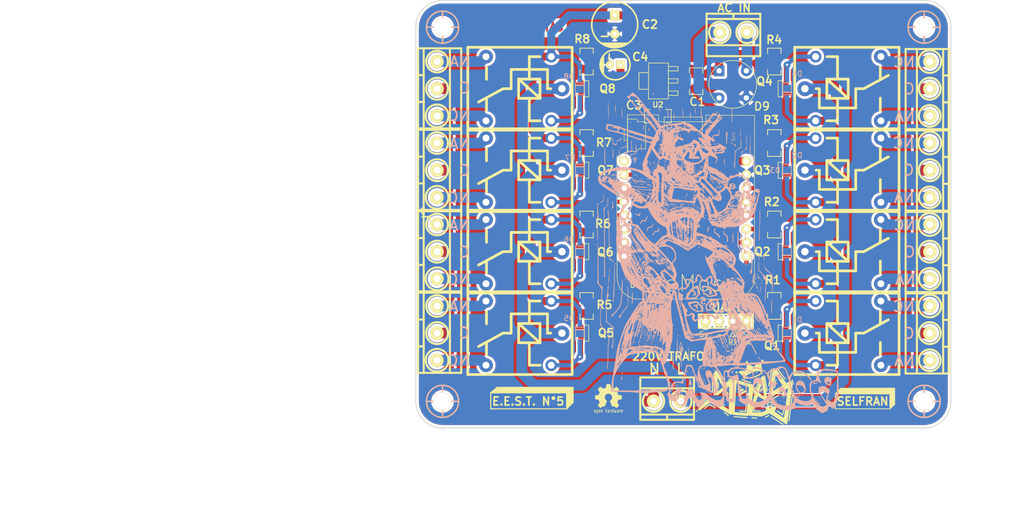
<source format=kicad_pcb>
(kicad_pcb (version 20171130) (host pcbnew "(5.1.2)-1")
  (layers (0 F.Cu signal) (31 B.Cu signal) (34 B.Paste user) (35 F.Paste user) (36 B.SilkS user) (37 F.SilkS user) (38 B.Mask user hide) (39 F.Mask user) (44 Edge.Cuts user))
  (net 0 "")
  (net 1 "Net-(D1-Pad1)")
  (net 2 "Net-(D2-Pad1)")
  (net 3 "Net-(D3-Pad1)")
  (net 4 "Net-(D4-Pad1)")
  (net 5 "Net-(D5-Pad1)")
  (net 6 "Net-(D6-Pad1)")
  (net 7 "Net-(D7-Pad1)")
  (net 8 "Net-(D8-Pad1)")
  (net 9 VCC)
  (net 10 GND)
  (net 11 /L)
  (net 12 /N)
  (net 13 +5V)
  (net 14 "Net-(D9-Pad4)")
  (net 15 "Net-(D9-Pad2)")
  (net 16 /NA4)
  (net 17 /NC4)
  (net 18 /Tx)
  (net 19 /Rx)
  (net 20 /D1)
  (net 21 /D2)
  (net 22 /D3)
  (net 23 /D4)
  (net 24 /D8)
  (net 25 /D7)
  (net 26 /D6)
  (net 27 /D5)
  (net 28 /NC1)
  (net 29 /NA1)
  (net 30 /NC2)
  (net 31 /NA2)
  (net 32 /NC3)
  (net 33 /NA3)
  (net 34 /NC5)
  (net 35 /NA5)
  (net 36 /NC6)
  (net 37 /NA6)
  (net 38 /NC7)
  (net 39 /NA7)
  (net 40 /NC8)
  (net 41 /NA8)
  (module EESTN5:Wemos_D1_Mini_Board (layer F.Cu) (at 140.37 117.68 180)
    (fp_text reference U1 (at 9.37 -15.57 180) (layer F.SilkS))
    (fp_text value WeMos_mini)
    (fp_text user WeMos (at 0 -15.24 180) (layer F.SilkS) (effects (font (size 3 3))))
    (pad 9 thru_hole circle (at 11.43 -10.16 180) (size 1.8 1.8) (drill 1.016) (layers *.Cu *.Mask F.SilkS))
    (pad 10 thru_hole circle (at 11.43 -7.62 180) (size 1.8 1.8) (drill 1.016) (layers *.Cu *.Mask F.SilkS))
    (pad 11 thru_hole circle (at 11.43 -5.08 180) (size 1.8 1.8) (drill 1.016) (layers *.Cu *.Mask F.SilkS))
    (pad 12 thru_hole circle (at 11.43 -2.54 180) (size 1.8 1.8) (drill 1.016) (layers *.Cu *.Mask F.SilkS) (net 27 /D5))
    (pad 13 thru_hole circle (at 11.43 0 180) (size 1.8 1.8) (drill 1.016) (layers *.Cu *.Mask F.SilkS) (net 26 /D6))
    (pad 14 thru_hole circle (at 11.43 2.54 180) (size 1.8 1.8) (drill 1.016) (layers *.Cu *.Mask F.SilkS) (net 25 /D7))
    (pad 15 thru_hole circle (at 11.43 5.08 180) (size 1.8 1.8) (drill 1.016) (layers *.Cu *.Mask F.SilkS) (net 24 /D8))
    (pad 16 thru_hole circle (at 11.43 7.62 180) (size 1.8 1.8) (drill 1.016) (layers *.Cu *.Mask F.SilkS))
    (pad 1 thru_hole circle (at -11.43 7.62 180) (size 1.8 1.8) (drill 1.016) (layers *.Cu *.Mask F.SilkS) (net 13 +5V))
    (pad 2 thru_hole circle (at -11.43 5.08 180) (size 1.8 1.8) (drill 1.016) (layers *.Cu *.Mask F.SilkS) (net 10 GND))
    (pad 3 thru_hole circle (at -11.43 2.54 180) (size 1.8 1.8) (drill 1.016) (layers *.Cu *.Mask F.SilkS) (net 23 /D4))
    (pad 4 thru_hole circle (at -11.43 0 180) (size 1.8 1.8) (drill 1.016) (layers *.Cu *.Mask F.SilkS) (net 22 /D3))
    (pad 5 thru_hole circle (at -11.43 -2.54 180) (size 1.8 1.8) (drill 1.016) (layers *.Cu *.Mask F.SilkS) (net 21 /D2))
    (pad 6 thru_hole circle (at -11.43 -5.08 180) (size 1.8 1.8) (drill 1.016) (layers *.Cu *.Mask F.SilkS) (net 20 /D1))
    (pad 7 thru_hole circle (at -11.43 -7.62 180) (size 1.8 1.8) (drill 1.016) (layers *.Cu *.Mask F.SilkS) (net 19 /Rx))
    (pad 8 thru_hole circle (at -11.43 -10.16 180) (size 1.8 1.8) (drill 1.016) (layers *.Cu *.Mask F.SilkS) (net 18 /Tx))
  )
  (module EESTN5:Logo_Robotica (layer B.Cu) (at 145.796 127.254 180)
    (fp_text reference G*** hide)
    (fp_text value LOGO hide)
  )
  (module EESTN5:sod123 (layer B.Cu) (at 159.385 142.24 270)
    (fp_text reference D1 (at -2.54 -1.905) (layer B.SilkS) (effects (justify mirror)))
    (fp_text value 1N4007 hide)
    (pad 1 smd rect (at -1.67386 0 270) (size 0.8509 0.8509) (layers B.Cu B.Paste B.Mask) (net 1 "Net-(D1-Pad1)"))
    (pad 2 smd rect (at 1.67386 0 270) (size 0.8509 0.8509) (layers B.Cu B.Paste B.Mask) (net 9 VCC))
  )
  (module EESTN5:sod123 (layer B.Cu) (at 159.385 127.04 270)
    (fp_text reference D2 (at -18.074 -1.905) (layer B.SilkS) (effects (justify mirror)))
    (fp_text value 1N4007 hide)
    (pad 1 smd rect (at -1.67386 0 270) (size 0.8509 0.8509) (layers B.Cu B.Paste B.Mask) (net 2 "Net-(D2-Pad1)"))
    (pad 2 smd rect (at 1.67386 0 270) (size 0.8509 0.8509) (layers B.Cu B.Paste B.Mask) (net 9 VCC))
  )
  (module EESTN5:sod123 (layer B.Cu) (at 159.385 111.77 270)
    (fp_text reference D3 (at 0.02 2.225) (layer B.SilkS) (effects (justify mirror)))
    (fp_text value 1N4007 hide)
    (pad 1 smd rect (at -1.67386 0 270) (size 0.8509 0.8509) (layers B.Cu B.Paste B.Mask) (net 3 "Net-(D3-Pad1)"))
    (pad 2 smd rect (at 1.67386 0 270) (size 0.8509 0.8509) (layers B.Cu B.Paste B.Mask) (net 9 VCC))
  )
  (module EESTN5:sod123 (layer B.Cu) (at 159.385 96.53 270)
    (fp_text reference D4 (at -2.804 -1.905) (layer B.SilkS) (effects (justify mirror)))
    (fp_text value 1N4007 hide)
    (pad 1 smd rect (at -1.67386 0 270) (size 0.8509 0.8509) (layers B.Cu B.Paste B.Mask) (net 4 "Net-(D4-Pad1)"))
    (pad 2 smd rect (at 1.67386 0 270) (size 0.8509 0.8509) (layers B.Cu B.Paste B.Mask) (net 9 VCC))
  )
  (module EESTN5:sod123 (layer B.Cu) (at 120.65 142.24 90)
    (fp_text reference D5 (at 2.794 -2.032 180) (layer B.SilkS) (effects (justify mirror)))
    (fp_text value 1N4007 hide)
    (pad 1 smd rect (at -1.67386 0 90) (size 0.8509 0.8509) (layers B.Cu B.Paste B.Mask) (net 5 "Net-(D5-Pad1)"))
    (pad 2 smd rect (at 1.67386 0 90) (size 0.8509 0.8509) (layers B.Cu B.Paste B.Mask) (net 9 VCC))
  )
  (module EESTN5:sod123 (layer B.Cu) (at 120.65 127.06 90)
    (fp_text reference D6 (at 2.346 -2.032 180) (layer B.SilkS) (effects (justify mirror)))
    (fp_text value 1N4007 hide)
    (pad 1 smd rect (at -1.67386 0 90) (size 0.8509 0.8509) (layers B.Cu B.Paste B.Mask) (net 6 "Net-(D6-Pad1)"))
    (pad 2 smd rect (at 1.67386 0 90) (size 0.8509 0.8509) (layers B.Cu B.Paste B.Mask) (net 9 VCC))
  )
  (module EESTN5:sod123 (layer B.Cu) (at 120.65 111.75 90)
    (fp_text reference D7 (at 2.276 -1.778 180) (layer B.SilkS) (effects (justify mirror)))
    (fp_text value 1N4007 hide)
    (pad 1 smd rect (at -1.67386 0 90) (size 0.8509 0.8509) (layers B.Cu B.Paste B.Mask) (net 7 "Net-(D7-Pad1)"))
    (pad 2 smd rect (at 1.67386 0 90) (size 0.8509 0.8509) (layers B.Cu B.Paste B.Mask) (net 9 VCC))
  )
  (module EESTN5:sod123 (layer B.Cu) (at 120.65 96.52 90)
    (fp_text reference D8 (at 2.286 -2.032 180) (layer B.SilkS) (effects (justify mirror)))
    (fp_text value 1N4007 hide)
    (pad 1 smd rect (at -1.67386 0 90) (size 0.8509 0.8509) (layers B.Cu B.Paste B.Mask) (net 8 "Net-(D8-Pad1)"))
    (pad 2 smd rect (at 1.67386 0 90) (size 0.8509 0.8509) (layers B.Cu B.Paste B.Mask) (net 9 VCC))
  )
  (module EESTN5:Relay_C (layer F.Cu) (at 170.815 111.76 90)
    (fp_text reference K3 hide)
    (fp_text value RELÉ hide)
    (pad 2 thru_hole circle (at -6 -6.1 90) (size 2.2 2.2) (drill 1.3) (layers *.Cu *.Mask) (net 9 VCC))
    (pad 3 thru_hole circle (at -6 6.1 90) (size 2.6 2.6) (drill 1.3) (layers *.Cu *.Mask) (net 33 /NA3))
    (pad 4 thru_hole circle (at 6 6.1 90) (size 2.6 2.6) (drill 1.3) (layers *.Cu *.Mask) (net 32 /NC3))
    (pad 5 thru_hole circle (at 6 -6.1 90) (size 2.2 2.2) (drill 1.3) (layers *.Cu *.Mask) (net 3 "Net-(D3-Pad1)"))
    (pad 1 thru_hole circle (at 0 -8.1 90) (size 2.8 2.8) (drill 1.4) (layers *.Cu *.Mask) (net 11 /L))
  )
  (module EESTN5:Relay_C (layer F.Cu) (at 170.815 142.24 90)
    (fp_text reference K1 hide)
    (fp_text value RELÉ hide)
    (pad 2 thru_hole circle (at -6 -6.1 90) (size 2.2 2.2) (drill 1.3) (layers *.Cu *.Mask) (net 9 VCC))
    (pad 3 thru_hole circle (at -6 6.1 90) (size 2.6 2.6) (drill 1.3) (layers *.Cu *.Mask) (net 29 /NA1))
    (pad 4 thru_hole circle (at 6 6.1 90) (size 2.6 2.6) (drill 1.3) (layers *.Cu *.Mask) (net 28 /NC1))
    (pad 5 thru_hole circle (at 6 -6.1 90) (size 2.2 2.2) (drill 1.3) (layers *.Cu *.Mask) (net 1 "Net-(D1-Pad1)"))
    (pad 1 thru_hole circle (at 0 -8.1 90) (size 2.8 2.8) (drill 1.4) (layers *.Cu *.Mask) (net 11 /L))
  )
  (module EESTN5:Relay_C (layer F.Cu) (at 170.815 127 90)
    (fp_text reference K2 hide)
    (fp_text value RELÉ hide)
    (pad 2 thru_hole circle (at -6 -6.1 90) (size 2.2 2.2) (drill 1.3) (layers *.Cu *.Mask) (net 9 VCC))
    (pad 3 thru_hole circle (at -6 6.1 90) (size 2.6 2.6) (drill 1.3) (layers *.Cu *.Mask) (net 31 /NA2))
    (pad 4 thru_hole circle (at 6 6.1 90) (size 2.6 2.6) (drill 1.3) (layers *.Cu *.Mask) (net 30 /NC2))
    (pad 5 thru_hole circle (at 6 -6.1 90) (size 2.2 2.2) (drill 1.3) (layers *.Cu *.Mask) (net 2 "Net-(D2-Pad1)"))
    (pad 1 thru_hole circle (at 0 -8.1 90) (size 2.8 2.8) (drill 1.4) (layers *.Cu *.Mask) (net 11 /L))
  )
  (module EESTN5:Relay_C (layer F.Cu) (at 170.815 96.52 90)
    (fp_text reference K4 hide)
    (fp_text value RELÉ hide)
    (pad 2 thru_hole circle (at -6 -6.1 90) (size 2.2 2.2) (drill 1.3) (layers *.Cu *.Mask) (net 9 VCC))
    (pad 3 thru_hole circle (at -6 6.1 90) (size 2.6 2.6) (drill 1.3) (layers *.Cu *.Mask) (net 16 /NA4))
    (pad 4 thru_hole circle (at 6 6.1 90) (size 2.6 2.6) (drill 1.3) (layers *.Cu *.Mask) (net 17 /NC4))
    (pad 5 thru_hole circle (at 6 -6.1 90) (size 2.2 2.2) (drill 1.3) (layers *.Cu *.Mask) (net 4 "Net-(D4-Pad1)"))
    (pad 1 thru_hole circle (at 0 -8.1 90) (size 2.8 2.8) (drill 1.4) (layers *.Cu *.Mask) (net 11 /L))
  )
  (module EESTN5:Relay_C (layer F.Cu) (at 109.22 142.24 270)
    (fp_text reference K5 hide)
    (fp_text value RELÉ hide)
    (pad 2 thru_hole circle (at -6 -6.1 270) (size 2.2 2.2) (drill 1.3) (layers *.Cu *.Mask) (net 9 VCC))
    (pad 3 thru_hole circle (at -6 6.1 270) (size 2.6 2.6) (drill 1.3) (layers *.Cu *.Mask) (net 35 /NA5))
    (pad 4 thru_hole circle (at 6 6.1 270) (size 2.6 2.6) (drill 1.3) (layers *.Cu *.Mask) (net 34 /NC5))
    (pad 5 thru_hole circle (at 6 -6.1 270) (size 2.2 2.2) (drill 1.3) (layers *.Cu *.Mask) (net 5 "Net-(D5-Pad1)"))
    (pad 1 thru_hole circle (at 0 -8.1 270) (size 2.8 2.8) (drill 1.4) (layers *.Cu *.Mask) (net 11 /L))
  )
  (module EESTN5:Relay_C (layer F.Cu) (at 109.22 127 270)
    (fp_text reference K6 hide)
    (fp_text value RELÉ hide)
    (pad 2 thru_hole circle (at -6 -6.1 270) (size 2.2 2.2) (drill 1.3) (layers *.Cu *.Mask) (net 9 VCC))
    (pad 3 thru_hole circle (at -6 6.1 270) (size 2.6 2.6) (drill 1.3) (layers *.Cu *.Mask) (net 37 /NA6))
    (pad 4 thru_hole circle (at 6 6.1 270) (size 2.6 2.6) (drill 1.3) (layers *.Cu *.Mask) (net 36 /NC6))
    (pad 5 thru_hole circle (at 6 -6.1 270) (size 2.2 2.2) (drill 1.3) (layers *.Cu *.Mask) (net 6 "Net-(D6-Pad1)"))
    (pad 1 thru_hole circle (at 0 -8.1 270) (size 2.8 2.8) (drill 1.4) (layers *.Cu *.Mask) (net 11 /L))
  )
  (module EESTN5:Relay_C (layer F.Cu) (at 109.22 111.76 270)
    (fp_text reference K7 hide)
    (fp_text value RELÉ hide)
    (pad 2 thru_hole circle (at -6 -6.1 270) (size 2.2 2.2) (drill 1.3) (layers *.Cu *.Mask) (net 9 VCC))
    (pad 3 thru_hole circle (at -6 6.1 270) (size 2.6 2.6) (drill 1.3) (layers *.Cu *.Mask) (net 39 /NA7))
    (pad 4 thru_hole circle (at 6 6.1 270) (size 2.6 2.6) (drill 1.3) (layers *.Cu *.Mask) (net 38 /NC7))
    (pad 5 thru_hole circle (at 6 -6.1 270) (size 2.2 2.2) (drill 1.3) (layers *.Cu *.Mask) (net 7 "Net-(D7-Pad1)"))
    (pad 1 thru_hole circle (at 0 -8.1 270) (size 2.8 2.8) (drill 1.4) (layers *.Cu *.Mask) (net 11 /L))
  )
  (module EESTN5:Relay_C (layer F.Cu) (at 109.22 96.52 270)
    (fp_text reference K8 hide)
    (fp_text value RELÉ hide)
    (pad 2 thru_hole circle (at -6 -6.1 270) (size 2.2 2.2) (drill 1.3) (layers *.Cu *.Mask) (net 9 VCC))
    (pad 3 thru_hole circle (at -6 6.1 270) (size 2.6 2.6) (drill 1.3) (layers *.Cu *.Mask) (net 41 /NA8))
    (pad 4 thru_hole circle (at 6 6.1 270) (size 2.6 2.6) (drill 1.3) (layers *.Cu *.Mask) (net 40 /NC8))
    (pad 5 thru_hole circle (at 6 -6.1 270) (size 2.2 2.2) (drill 1.3) (layers *.Cu *.Mask) (net 8 "Net-(D8-Pad1)"))
    (pad 1 thru_hole circle (at 0 -8.1 270) (size 2.8 2.8) (drill 1.4) (layers *.Cu *.Mask) (net 11 /L))
  )
  (module EESTN5:BORNERA3_AZUL (layer F.Cu) (at 186.055 127 90)
    (fp_text reference J2 hide)
    (fp_text value LAMPARA hide)
    (pad 3 thru_hole circle (at 5.08 0 90) (size 2.5 2.5) (drill 1.3) (layers *.Cu *.Mask F.SilkS) (net 30 /NC2))
    (pad 1 thru_hole circle (at -5.08 0 90) (size 2.5 2.5) (drill 1.3) (layers *.Cu *.Mask F.SilkS) (net 31 /NA2))
    (pad 2 thru_hole circle (at 0 0 90) (size 2.5 2.5) (drill 1.3) (layers *.Cu *.Mask F.SilkS) (net 12 /N))
  )
  (module EESTN5:BORNERA3_AZUL (layer F.Cu) (at 186.055 96.52 90)
    (fp_text reference J4 hide)
    (fp_text value LAMPARA hide)
    (pad 3 thru_hole circle (at 5.08 0 90) (size 2.5 2.5) (drill 1.3) (layers *.Cu *.Mask F.SilkS) (net 17 /NC4))
    (pad 1 thru_hole circle (at -5.08 0 90) (size 2.5 2.5) (drill 1.3) (layers *.Cu *.Mask F.SilkS) (net 16 /NA4))
    (pad 2 thru_hole circle (at 0 0 90) (size 2.5 2.5) (drill 1.3) (layers *.Cu *.Mask F.SilkS) (net 12 /N))
  )
  (module EESTN5:BORNERA3_AZUL (layer F.Cu) (at 93.98 127 270)
    (fp_text reference J6 hide)
    (fp_text value LAMPARA hide)
    (pad 3 thru_hole circle (at 5.08 0 270) (size 2.5 2.5) (drill 1.3) (layers *.Cu *.Mask F.SilkS) (net 36 /NC6))
    (pad 1 thru_hole circle (at -5.08 0 270) (size 2.5 2.5) (drill 1.3) (layers *.Cu *.Mask F.SilkS) (net 37 /NA6))
    (pad 2 thru_hole circle (at 0 0 270) (size 2.5 2.5) (drill 1.3) (layers *.Cu *.Mask F.SilkS) (net 12 /N))
  )
  (module EESTN5:BORNERA3_AZUL (layer F.Cu) (at 186.055 142.24 90)
    (fp_text reference J1 hide)
    (fp_text value LAMPARA hide)
    (pad 3 thru_hole circle (at 5.08 0 90) (size 2.5 2.5) (drill 1.3) (layers *.Cu *.Mask F.SilkS) (net 28 /NC1))
    (pad 1 thru_hole circle (at -5.08 0 90) (size 2.5 2.5) (drill 1.3) (layers *.Cu *.Mask F.SilkS) (net 29 /NA1))
    (pad 2 thru_hole circle (at 0 0 90) (size 2.5 2.5) (drill 1.3) (layers *.Cu *.Mask F.SilkS) (net 12 /N))
  )
  (module EESTN5:BORNERA3_AZUL (layer F.Cu) (at 186.055 111.76 90)
    (fp_text reference eJ3 hide)
    (fp_text value LAMPARA hide)
    (pad 3 thru_hole circle (at 5.08 0 90) (size 2.5 2.5) (drill 1.3) (layers *.Cu *.Mask F.SilkS) (net 32 /NC3))
    (pad 1 thru_hole circle (at -5.08 0 90) (size 2.5 2.5) (drill 1.3) (layers *.Cu *.Mask F.SilkS) (net 33 /NA3))
    (pad 2 thru_hole circle (at 0 0 90) (size 2.5 2.5) (drill 1.3) (layers *.Cu *.Mask F.SilkS) (net 12 /N))
  )
  (module EESTN5:BORNERA3_AZUL (layer F.Cu) (at 93.98 142.24 270)
    (fp_text reference J5 hide)
    (fp_text value LAMPARA hide)
    (pad 3 thru_hole circle (at 5.08 0 270) (size 2.5 2.5) (drill 1.3) (layers *.Cu *.Mask F.SilkS) (net 34 /NC5))
    (pad 1 thru_hole circle (at -5.08 0 270) (size 2.5 2.5) (drill 1.3) (layers *.Cu *.Mask F.SilkS) (net 35 /NA5))
    (pad 2 thru_hole circle (at 0 0 270) (size 2.5 2.5) (drill 1.3) (layers *.Cu *.Mask F.SilkS) (net 12 /N))
  )
  (module EESTN5:BORNERA3_AZUL (layer F.Cu) (at 93.98 111.76 270)
    (fp_text reference J7 (at 8.2 1.95 270) (layer F.SilkS) (effects (font (size 1.5 1.5) (thickness 0.3))))
    (fp_text value LAMPARA hide)
    (pad 3 thru_hole circle (at 5.08 0 270) (size 2.5 2.5) (drill 1.3) (layers *.Cu *.Mask F.SilkS) (net 38 /NC7))
    (pad 1 thru_hole circle (at -5.08 0 270) (size 2.5 2.5) (drill 1.3) (layers *.Cu *.Mask F.SilkS) (net 39 /NA7))
    (pad 2 thru_hole circle (at 0 0 270) (size 2.5 2.5) (drill 1.3) (layers *.Cu *.Mask F.SilkS) (net 12 /N))
  )
  (module EESTN5:C_1206 (layer F.Cu) (at 142.39 95.12 90)
    (fp_text reference C1 (at -3.83 0.235 180) (layer F.SilkS) (effects (font (size 1.524 1.524) (thickness 0.254))))
    (fp_text value 100nF hide)
    (pad 1 smd rect (at 1.397 0 90) (size 1.6002 1.8034) (layers F.Cu F.Paste F.Mask) (net 9 VCC))
    (pad 2 smd rect (at -1.397 0 90) (size 1.6002 1.8034) (layers F.Cu F.Paste F.Mask) (net 10 GND))
  )
  (module EESTN5:CAP_ELEC_8x11.5mm (layer F.Cu) (at 127.18 84.53 180)
    (fp_text reference C2 (at -6.57 0.03 180) (layer F.SilkS) (effects (font (size 1.524 1.524) (thickness 0.3048))))
    (fp_text value "1000uF 50V" hide)
    (pad 1 thru_hole rect (at 0 1.75 180) (size 1.8 1.8) (drill 0.8) (layers *.Cu *.Mask F.SilkS) (net 9 VCC))
    (pad 2 thru_hole circle (at 0 -1.75 180) (size 1.8 1.8) (drill 0.8) (layers *.Cu *.Mask F.SilkS) (net 10 GND))
  )
  (module EESTN5:C_1206 (layer F.Cu) (at 135.23 101.66 180)
    (fp_text reference C3 (at 4.455 2.035 180) (layer F.SilkS) (effects (font (size 1.524 1.524) (thickness 0.254))))
    (fp_text value 100nF hide)
    (pad 2 smd rect (at -1.397 0 180) (size 1.6002 1.8034) (layers F.Cu F.Paste F.Mask) (net 10 GND))
    (pad 1 smd rect (at 1.397 0 180) (size 1.6002 1.8034) (layers F.Cu F.Paste F.Mask) (net 13 +5V))
  )
  (module EESTN5:CAP_ELEC_5x11mm (layer F.Cu) (at 127.25 92.06 90)
    (fp_text reference C4 (at 1.485 4.7 180) (layer F.SilkS) (effects (font (size 1.524 1.524) (thickness 0.3048))))
    (fp_text value 10uF hide)
    (pad 1 thru_hole rect (at 0 1 90) (size 1.524 1.524) (drill 0.65) (layers *.Cu *.Mask F.SilkS) (net 13 +5V))
    (pad 2 thru_hole circle (at 0 -1 90) (size 1.524 1.524) (drill 0.65) (layers *.Cu *.Mask F.SilkS) (net 10 GND))
  )
  (module EESTN5:Diode_Bridge_Round_D8.9mm (layer F.Cu) (at 149.23 95.71)
    (fp_text reference D9 (at 5.456 4.112 180) (layer F.SilkS) (effects (font (size 1.5 1.5) (thickness 0.25))))
    (fp_text value D_Bridge_+A-A hide)
    (pad 4 thru_hole oval (at 2.54 -2.54) (size 2 2) (drill 1) (layers *.Cu *.Mask) (net 14 "Net-(D9-Pad4)"))
    (pad 2 thru_hole oval (at -2.54 2.54) (size 2 2) (drill 1) (layers *.Cu *.Mask) (net 15 "Net-(D9-Pad2)"))
    (pad 3 thru_hole oval (at 2.54 2.54) (size 2 2) (drill 1) (layers *.Cu *.Mask) (net 10 GND))
    (pad 1 thru_hole rect (at -2.54 -2.54) (size 2 2) (drill 1) (layers *.Cu *.Mask) (net 9 VCC))
  )
  (module EESTN5:BORNERA3_AZUL (layer F.Cu) (at 93.98 96.52 270)
    (fp_text reference J8 hide)
    (fp_text value LAMPARA hide)
    (pad 3 thru_hole circle (at 5.08 0 270) (size 2.5 2.5) (drill 1.3) (layers *.Cu *.Mask F.SilkS) (net 40 /NC8))
    (pad 1 thru_hole circle (at -5.08 0 270) (size 2.5 2.5) (drill 1.3) (layers *.Cu *.Mask F.SilkS) (net 41 /NA8))
    (pad 2 thru_hole circle (at 0 0 270) (size 2.5 2.5) (drill 1.3) (layers *.Cu *.Mask F.SilkS) (net 12 /N))
  )
  (module EESTN5:BORNERA2_AZUL (layer F.Cu) (at 136.97 154.97)
    (fp_text reference J9 hide)
    (fp_text value "220V TRAFO" (at 0.25 -8.37) (layer F.SilkS) (effects (font (size 1.5 1.5) (thickness 0.3))))
    (pad 1 thru_hole circle (at -2.54 0) (size 2.5 2.5) (drill 1.3) (layers *.Cu *.Mask F.SilkS) (net 12 /N))
    (pad 2 thru_hole circle (at 2.54 0) (size 2.5 2.5) (drill 1.3) (layers *.Cu *.Mask F.SilkS) (net 11 /L))
  )
  (module EESTN5:BORNERA2_AZUL (layer F.Cu) (at 149.36 85.98 180)
    (fp_text reference J10 hide)
    (fp_text value "AC IN" (at -0.14 4.58 180) (layer F.SilkS) (effects (font (size 1.5 1.5) (thickness 0.3))))
    (pad 2 thru_hole circle (at 2.54 0 180) (size 2.5 2.5) (drill 1.3) (layers *.Cu *.Mask F.SilkS) (net 15 "Net-(D9-Pad2)"))
    (pad 1 thru_hole circle (at -2.54 0 180) (size 2.5 2.5) (drill 1.3) (layers *.Cu *.Mask F.SilkS) (net 14 "Net-(D9-Pad4)"))
  )
  (module EESTN5:SOT223 (layer F.Cu) (at 135.35 95.07 90)
    (fp_text reference U2 (at -4.43 -0.1 180) (layer F.SilkS) (effects (font (size 1.00076 1.00076) (thickness 0.20066))))
    (fp_text value LM1117-SOT hide)
    (pad 1 smd rect (at -2.3 3.3 90) (size 1 2.4) (layers F.Cu F.Paste F.Mask) (net 10 GND))
    (pad 2 smd rect (at 0 3.3 90) (size 1 2.4) (layers F.Cu F.Paste F.Mask) (net 13 +5V))
    (pad 3 smd rect (at 2.3 3.3 90) (size 1 2.4) (layers F.Cu F.Paste F.Mask) (net 9 VCC))
    (pad 4 smd rect (at 0 -3.15 90) (size 3.8 2.4) (layers F.Cu F.Paste F.Mask) (net 13 +5V))
  )
  (module EESTN5:SOT23 (layer F.Cu) (at 158.115 142.24 90)
    (fp_text reference Q1 (at -2.33 -1.515 180) (layer F.SilkS) (effects (font (size 1.5 1.5) (thickness 0.3))))
    (fp_text value 2N7000 hide)
    (pad 3 smd rect (at 0.9525 1.05664 90) (size 0.59944 1.00076) (layers F.Cu F.Paste F.Mask) (net 1 "Net-(D1-Pad1)"))
    (pad 2 smd rect (at 0 -1.05664 90) (size 0.59944 1.00076) (layers F.Cu F.Paste F.Mask) (net 20 /D1))
    (pad 1 smd rect (at -0.9525 1.05664 90) (size 0.59944 1.00076) (layers F.Cu F.Paste F.Mask) (net 10 GND))
  )
  (module EESTN5:SOT23 (layer F.Cu) (at 158.115 127 90)
    (fp_text reference Q2 (at -0.01 -3.345 180) (layer F.SilkS) (effects (font (size 1.5 1.5) (thickness 0.3))))
    (fp_text value 2N7000 hide)
    (pad 1 smd rect (at -0.9525 1.05664 90) (size 0.59944 1.00076) (layers F.Cu F.Paste F.Mask) (net 10 GND))
    (pad 2 smd rect (at 0 -1.05664 90) (size 0.59944 1.00076) (layers F.Cu F.Paste F.Mask) (net 21 /D2))
    (pad 3 smd rect (at 0.9525 1.05664 90) (size 0.59944 1.00076) (layers F.Cu F.Paste F.Mask) (net 2 "Net-(D2-Pad1)"))
  )
  (module EESTN5:SOT23 (layer F.Cu) (at 158.115 111.76 90)
    (fp_text reference Q3 (at -0.03 -3.345 180) (layer F.SilkS) (effects (font (size 1.5 1.5) (thickness 0.3))))
    (fp_text value 2N7000 hide)
    (pad 1 smd rect (at -0.9525 1.05664 90) (size 0.59944 1.00076) (layers F.Cu F.Paste F.Mask) (net 10 GND))
    (pad 2 smd rect (at 0 -1.05664 90) (size 0.59944 1.00076) (layers F.Cu F.Paste F.Mask) (net 22 /D3))
    (pad 3 smd rect (at 0.9525 1.05664 90) (size 0.59944 1.00076) (layers F.Cu F.Paste F.Mask) (net 3 "Net-(D3-Pad1)"))
  )
  (module EESTN5:SOT23 (layer F.Cu) (at 158.115 96.52 90)
    (fp_text reference Q4 (at 1.38 -2.935 180) (layer F.SilkS) (effects (font (size 1.5 1.5) (thickness 0.3))))
    (fp_text value 2N7000 hide)
    (pad 3 smd rect (at 0.9525 1.05664 90) (size 0.59944 1.00076) (layers F.Cu F.Paste F.Mask) (net 4 "Net-(D4-Pad1)"))
    (pad 2 smd rect (at 0 -1.05664 90) (size 0.59944 1.00076) (layers F.Cu F.Paste F.Mask) (net 23 /D4))
    (pad 1 smd rect (at -0.9525 1.05664 90) (size 0.59944 1.00076) (layers F.Cu F.Paste F.Mask) (net 10 GND))
  )
  (module EESTN5:SOT23 (layer F.Cu) (at 121.92 142.24 270)
    (fp_text reference Q5 (at -0.02 -3.64) (layer F.SilkS) (effects (font (size 1.5 1.5) (thickness 0.3))))
    (fp_text value 2N7000 hide)
    (pad 3 smd rect (at 0.9525 1.05664 270) (size 0.59944 1.00076) (layers F.Cu F.Paste F.Mask) (net 5 "Net-(D5-Pad1)"))
    (pad 2 smd rect (at 0 -1.05664 270) (size 0.59944 1.00076) (layers F.Cu F.Paste F.Mask) (net 27 /D5))
    (pad 1 smd rect (at -0.9525 1.05664 270) (size 0.59944 1.00076) (layers F.Cu F.Paste F.Mask) (net 10 GND))
  )
  (module EESTN5:SOT23 (layer F.Cu) (at 121.92 127 270)
    (fp_text reference Q6 (at 0.09 -3.52) (layer F.SilkS) (effects (font (size 1.5 1.5) (thickness 0.3))))
    (fp_text value 2N7000 hide)
    (pad 1 smd rect (at -0.9525 1.05664 270) (size 0.59944 1.00076) (layers F.Cu F.Paste F.Mask) (net 10 GND))
    (pad 2 smd rect (at 0 -1.05664 270) (size 0.59944 1.00076) (layers F.Cu F.Paste F.Mask) (net 26 /D6))
    (pad 3 smd rect (at 0.9525 1.05664 270) (size 0.59944 1.00076) (layers F.Cu F.Paste F.Mask) (net 6 "Net-(D6-Pad1)"))
  )
  (module EESTN5:SOT23 (layer F.Cu) (at 121.92 111.76 270)
    (fp_text reference Q7 (at 0.01 -3.54 180) (layer F.SilkS) (effects (font (size 1.5 1.5) (thickness 0.3))))
    (fp_text value 2N7000 hide)
    (pad 1 smd rect (at -0.9525 1.05664 270) (size 0.59944 1.00076) (layers F.Cu F.Paste F.Mask) (net 10 GND))
    (pad 2 smd rect (at 0 -1.05664 270) (size 0.59944 1.00076) (layers F.Cu F.Paste F.Mask) (net 25 /D7))
    (pad 3 smd rect (at 0.9525 1.05664 270) (size 0.59944 1.00076) (layers F.Cu F.Paste F.Mask) (net 7 "Net-(D7-Pad1)"))
  )
  (module EESTN5:SOT23 (layer F.Cu) (at 121.92 96.52 270)
    (fp_text reference Q8 (at -0.01 -3.91) (layer F.SilkS) (effects (font (size 1.5 1.5) (thickness 0.3))))
    (fp_text value 2N7000 hide)
    (pad 3 smd rect (at 0.9525 1.05664 270) (size 0.59944 1.00076) (layers F.Cu F.Paste F.Mask) (net 8 "Net-(D8-Pad1)"))
    (pad 2 smd rect (at 0 -1.05664 270) (size 0.59944 1.00076) (layers F.Cu F.Paste F.Mask) (net 24 /D8))
    (pad 1 smd rect (at -0.9525 1.05664 270) (size 0.59944 1.00076) (layers F.Cu F.Paste F.Mask) (net 10 GND))
  )
  (module EESTN5:R_1206 (layer F.Cu) (at 157 137.15 270)
    (fp_text reference R1 (at -4.85 0.275) (layer F.SilkS) (effects (font (size 1.5 1.5) (thickness 0.3))))
    (fp_text value 10K hide)
    (pad 1 smd rect (at 1.397 0 270) (size 1.6002 1.8034) (layers F.Cu F.Paste F.Mask) (net 20 /D1))
    (pad 2 smd rect (at -1.397 0 270) (size 1.6002 1.8034) (layers F.Cu F.Paste F.Mask) (net 10 GND))
  )
  (module EESTN5:R_1206 (layer F.Cu) (at 157 121.92 270)
    (fp_text reference R2 (at -4.22 0.475) (layer F.SilkS) (effects (font (size 1.5 1.5) (thickness 0.3))))
    (fp_text value 10K hide)
    (pad 2 smd rect (at -1.397 0 270) (size 1.6002 1.8034) (layers F.Cu F.Paste F.Mask) (net 10 GND))
    (pad 1 smd rect (at 1.397 0 270) (size 1.6002 1.8034) (layers F.Cu F.Paste F.Mask) (net 21 /D2))
  )
  (module EESTN5:R_1206 (layer F.Cu) (at 157 106.68 270)
    (fp_text reference R3 (at -4.305 0.6) (layer F.SilkS) (effects (font (size 1.5 1.5) (thickness 0.3))))
    (fp_text value 10K hide)
    (pad 1 smd rect (at 1.397 0 270) (size 1.6002 1.8034) (layers F.Cu F.Paste F.Mask) (net 22 /D3))
    (pad 2 smd rect (at -1.397 0 270) (size 1.6002 1.8034) (layers F.Cu F.Paste F.Mask) (net 10 GND))
  )
  (module EESTN5:R_1206 (layer F.Cu) (at 157 91.44 270)
    (fp_text reference R4 (at -4.064 0.028) (layer F.SilkS) (effects (font (size 1.5 1.5) (thickness 0.3))))
    (fp_text value 10K hide)
    (pad 1 smd rect (at 1.397 0 270) (size 1.6002 1.8034) (layers F.Cu F.Paste F.Mask) (net 23 /D4))
    (pad 2 smd rect (at -1.397 0 270) (size 1.6002 1.8034) (layers F.Cu F.Paste F.Mask) (net 10 GND))
  )
  (module EESTN5:R_1206 (layer F.Cu) (at 121.92 137.16 270)
    (fp_text reference R5 (at -0.21 -3.33) (layer F.SilkS) (effects (font (size 1.5 1.5) (thickness 0.3))))
    (fp_text value 10K hide)
    (pad 1 smd rect (at 1.397 0 270) (size 1.6002 1.8034) (layers F.Cu F.Paste F.Mask) (net 27 /D5))
    (pad 2 smd rect (at -1.397 0 270) (size 1.6002 1.8034) (layers F.Cu F.Paste F.Mask) (net 10 GND))
  )
  (module EESTN5:R_1206 (layer F.Cu) (at 121.92 121.92 270)
    (fp_text reference R6 (at -0.145 -3.055) (layer F.SilkS) (effects (font (size 1.5 1.5) (thickness 0.3))))
    (fp_text value 10K hide)
    (pad 2 smd rect (at -1.397 0 270) (size 1.6002 1.8034) (layers F.Cu F.Paste F.Mask) (net 10 GND))
    (pad 1 smd rect (at 1.397 0 270) (size 1.6002 1.8034) (layers F.Cu F.Paste F.Mask) (net 26 /D6))
  )
  (module EESTN5:R_1206 (layer F.Cu) (at 121.92 106.68 270)
    (fp_text reference R7 (at -0.08 -3.23) (layer F.SilkS) (effects (font (size 1.5 1.5) (thickness 0.3))))
    (fp_text value 10K hide)
    (pad 2 smd rect (at -1.397 0 270) (size 1.6002 1.8034) (layers F.Cu F.Paste F.Mask) (net 10 GND))
    (pad 1 smd rect (at 1.397 0 270) (size 1.6002 1.8034) (layers F.Cu F.Paste F.Mask) (net 25 /D7))
  )
  (module EESTN5:R_1206 (layer F.Cu) (at 121.92 91.44 270)
    (fp_text reference R8 (at -4.215 0.82) (layer F.SilkS) (effects (font (size 1.5 1.5) (thickness 0.3))))
    (fp_text value 10K hide)
    (pad 2 smd rect (at -1.397 0 270) (size 1.6002 1.8034) (layers F.Cu F.Paste F.Mask) (net 10 GND))
    (pad 1 smd rect (at 1.397 0 270) (size 1.6002 1.8034) (layers F.Cu F.Paste F.Mask) (net 24 /D8))
  )
  (module EESTN5:Separador_M3_5mm (layer F.Cu) (at 95 85)
    (fp_text reference H1 hide)
    (fp_text value Mounting_Hole hide)
    (pad 1 thru_hole circle (at 0 0) (size 3.25 3.25) (drill 3.25) (layers *.Cu F.SilkS))
  )
  (module EESTN5:Separador_M3_5mm (layer F.Cu) (at 185 85)
    (fp_text reference H2 hide)
    (fp_text value Mounting_Hole hide)
    (pad 1 thru_hole circle (at 0 0) (size 3.25 3.25) (drill 3.25) (layers *.Cu F.SilkS))
  )
  (module EESTN5:Separador_M3_5mm (layer F.Cu) (at 95 155)
    (fp_text reference H3 hide)
    (fp_text value Mounting_Hole hide)
    (pad 1 thru_hole circle (at 0 0) (size 3.25 3.25) (drill 3.25) (layers *.Cu F.SilkS))
  )
  (module EESTN5:Separador_M3_5mm (layer F.Cu) (at 185 155)
    (fp_text reference H4 hide)
    (fp_text value Mounting_Hole hide)
    (pad 1 thru_hole circle (at 0 0) (size 3.25 3.25) (drill 3.25) (layers *.Cu F.SilkS))
  )
  (module EESTN5:pin_strip_4 (layer F.Cu) (at 147.95 140.01 180)
    (fp_text reference UART (at -0.132 2.596 180) (layer F.SilkS) (effects (font (size 1.5 1.5) (thickness 0.3))))
    (fp_text value UART hide)
    (pad 1 thru_hole rect (at -3.81 0 180) (size 1.75 2.2) (drill 1.00076) (layers *.Cu *.Mask F.SilkS) (net 18 /Tx))
    (pad 2 thru_hole oval (at -1.27 0 180) (size 1.75 2.2) (drill 1.00076) (layers *.Cu *.Mask F.SilkS) (net 19 /Rx))
    (pad 3 thru_hole oval (at 1.27 0 180) (size 1.75 2.2) (drill 1.00076) (layers *.Cu *.Mask F.SilkS) (net 10 GND))
    (pad 4 thru_hole oval (at 3.81 0 180) (size 1.75 2.2) (drill 1.00076) (layers *.Cu *.Mask F.SilkS) (net 13 +5V))
  )
  (module EESTN5:LOGO_EESTN5_F.Cu (layer F.Cu) (at 137 120.5)
    (fp_text reference G*** hide)
    (fp_text value LOGO hide)
    (fp_poly (pts (xy 1.705551 -2.272405) (xy 1.835577 -2.225332) (xy 1.862666 -2.159) (xy 1.798407 -2.065069) (xy 1.593322 -2.03223) (xy 1.566333 -2.032) (xy 1.34716 -2.004461) (xy 1.270535 -1.916567) (xy 1.27 -1.905) (xy 1.345728 -1.804174) (xy 1.524 -1.778) (xy 1.725652 -1.740136) (xy 1.778 -1.651) (xy 1.702271 -1.550174) (xy 1.524 -1.524) (xy 1.342473 -1.501219) (xy 1.276065 -1.404379) (xy 1.27 -1.312334) (xy 1.29214 -1.169192) (xy 1.391771 -1.110593) (xy 1.566333 -1.100667) (xy 1.785506 -1.073127) (xy 1.86213 -0.985234) (xy 1.862666 -0.973667) (xy 1.817347 -0.893802) (xy 1.660439 -0.854794) (xy 1.439333 -0.846667) (xy 1.016 -0.846667) (xy 1.016 -2.286) (xy 1.439333 -2.286) (xy 1.705551 -2.272405)) (layer F.Cu) (width 0.01))
    (fp_poly (pts (xy -1.257782 -2.272405) (xy -1.127756 -2.225332) (xy -1.100667 -2.159) (xy -1.164927 -2.065069) (xy -1.370012 -2.03223) (xy -1.397 -2.032) (xy -1.616174 -2.004461) (xy -1.692798 -1.916567) (xy -1.693334 -1.905) (xy -1.617606 -1.804174) (xy -1.439334 -1.778) (xy -1.237682 -1.740136) (xy -1.185334 -1.651) (xy -1.261062 -1.550174) (xy -1.439334 -1.524) (xy -1.620861 -1.501219) (xy -1.687268 -1.404379) (xy -1.693334 -1.312334) (xy -1.671194 -1.169192) (xy -1.571562 -1.110593) (xy -1.397 -1.100667) (xy -1.177827 -1.073127) (xy -1.101203 -0.985234) (xy -1.100667 -0.973667) (xy -1.145987 -0.893802) (xy -1.302894 -0.854794) (xy -1.524 -0.846667) (xy -1.947334 -0.846667) (xy -1.947334 -2.286) (xy -1.524 -2.286) (xy -1.257782 -2.272405)) (layer F.Cu) (width 0.01))
    (fp_poly (pts (xy -1.224388 0.994294) (xy -1.119465 1.107382) (xy -1.117177 1.117378) (xy -1.124883 1.20801) (xy -1.22321 1.231928) (xy -1.403013 1.210289) (xy -1.607814 1.189767) (xy -1.682254 1.224636) (xy -1.676844 1.278244) (xy -1.574738 1.409035) (xy -1.462844 1.484972) (xy -1.16255 1.682287) (xy -1.026956 1.8867) (xy -1.05778 2.093831) (xy -1.170834 2.230544) (xy -1.349479 2.323026) (xy -1.584162 2.368778) (xy -1.797042 2.358754) (xy -1.890889 2.314222) (xy -1.955813 2.183869) (xy -1.870185 2.095172) (xy -1.65085 2.06423) (xy -1.629834 2.064676) (xy -1.3962 2.041962) (xy -1.318004 1.964509) (xy -1.396119 1.846728) (xy -1.608667 1.714205) (xy -1.844803 1.537441) (xy -1.932306 1.33122) (xy -1.863156 1.120897) (xy -1.81422 1.064314) (xy -1.636681 0.967819) (xy -1.418432 0.946126) (xy -1.224388 0.994294)) (layer F.Cu) (width 0.01))
    (fp_poly (pts (xy 1.790356 1.024478) (xy 1.961928 1.054774) (xy 2.02797 1.114177) (xy 2.032 1.143) (xy 1.958399 1.245143) (xy 1.820333 1.27) (xy 1.709749 1.278715) (xy 1.646459 1.329459) (xy 1.617286 1.459132) (xy 1.609052 1.704631) (xy 1.608666 1.862666) (xy 1.601197 2.184672) (xy 1.574342 2.368966) (xy 1.521426 2.446692) (xy 1.481666 2.455333) (xy 1.412665 2.420478) (xy 1.373173 2.295153) (xy 1.356518 2.048212) (xy 1.354666 1.862666) (xy 1.351554 1.55303) (xy 1.33343 1.375819) (xy 1.287119 1.294135) (xy 1.199441 1.271078) (xy 1.143 1.27) (xy 0.972761 1.225839) (xy 0.931333 1.143) (xy 0.968073 1.071763) (xy 1.099355 1.03217) (xy 1.356768 1.016929) (xy 1.481666 1.016) (xy 1.790356 1.024478)) (layer F.Cu) (width 0.01))
    (fp_poly (pts (xy 0.539361 -4.151857) (xy 0.613933 -3.818777) (xy 0.675789 -3.615221) (xy 0.746422 -3.504868) (xy 0.847324 -3.4514) (xy 0.970023 -3.424098) (xy 1.145299 -3.406255) (xy 1.284159 -3.449773) (xy 1.439308 -3.581438) (xy 1.580409 -3.734317) (xy 1.859395 -4.043435) (xy 2.049383 -4.243541) (xy 2.171009 -4.354672) (xy 2.244906 -4.39687) (xy 2.264833 -4.398995) (xy 2.375118 -4.357122) (xy 2.561062 -4.260084) (xy 2.76462 -4.141534) (xy 2.927749 -4.035128) (xy 2.992105 -3.977308) (xy 2.969059 -3.88328) (xy 2.895782 -3.673804) (xy 2.786828 -3.389883) (xy 2.757835 -3.317324) (xy 2.510004 -2.7017) (xy 2.695716 -2.515988) (xy 2.881428 -2.330275) (xy 3.536214 -2.56659) (xy 4.191 -2.802904) (xy 4.464907 -2.480952) (xy 4.622881 -2.286636) (xy 4.722472 -2.147555) (xy 4.740073 -2.110536) (xy 4.681507 -2.036295) (xy 4.524234 -1.880191) (xy 4.297747 -1.670992) (xy 4.201938 -1.585565) (xy 3.931215 -1.336576) (xy 3.772658 -1.159728) (xy 3.703898 -1.024329) (xy 3.702463 -0.900236) (xy 3.741727 -0.780219) (xy 3.827105 -0.697209) (xy 3.992135 -0.636975) (xy 4.270355 -0.585291) (xy 4.529666 -0.549293) (xy 4.876918 -0.5005) (xy 5.089422 -0.448985) (xy 5.200267 -0.369555) (xy 5.242541 -0.237014) (xy 5.249331 -0.026169) (xy 5.249333 -0.001311) (xy 5.249333 0.409301) (xy 4.821832 0.500984) (xy 4.531353 0.554948) (xy 4.279094 0.587898) (xy 4.19288 0.592666) (xy 3.992397 0.644554) (xy 3.814439 0.767657) (xy 3.726608 0.913137) (xy 3.725333 0.930456) (xy 3.697673 1.068866) (xy 3.680821 1.118146) (xy 3.724177 1.230398) (xy 3.900954 1.411134) (xy 4.188821 1.639824) (xy 4.444975 1.832685) (xy 4.638057 1.987161) (xy 4.73557 2.07694) (xy 4.741333 2.087176) (xy 4.702094 2.178074) (xy 4.601932 2.364055) (xy 4.526645 2.495183) (xy 4.311957 2.86152) (xy 3.641576 2.641747) (xy 3.311848 2.536019) (xy 3.101924 2.481175) (xy 2.97109 2.474177) (xy 2.878633 2.511984) (xy 2.79793 2.578776) (xy 2.684497 2.698445) (xy 2.638803 2.820406) (xy 2.662788 2.987252) (xy 2.758396 3.241572) (xy 2.836333 3.420879) (xy 2.947904 3.683896) (xy 3.024596 3.885222) (xy 3.048 3.970496) (xy 2.983236 4.054415) (xy 2.818165 4.189294) (xy 2.698733 4.272631) (xy 2.349467 4.503764) (xy 1.826995 3.985935) (xy 1.571156 3.73725) (xy 1.398047 3.590519) (xy 1.272476 3.52617) (xy 1.159252 3.52463) (xy 1.053372 3.555658) (xy 0.924955 3.613874) (xy 0.835005 3.706389) (xy 0.763325 3.871463) (xy 0.68972 4.147351) (xy 0.650268 4.319271) (xy 0.498314 4.995333) (xy -0.411328 4.995333) (xy -0.50736 4.5085) (xy -0.591258 4.108407) (xy -0.664258 3.843771) (xy -0.741455 3.682721) (xy -0.837942 3.593386) (xy -0.963523 3.545299) (xy -1.108962 3.537071) (xy -1.264686 3.602976) (xy -1.452317 3.760547) (xy -1.693481 4.027318) (xy -1.951466 4.346356) (xy -2.118691 4.558948) (xy -2.519846 4.339498) (xy -2.745917 4.215493) (xy -2.900447 4.1301) (xy -2.941364 4.106938) (xy -2.925799 4.026779) (xy -2.866548 3.824897) (xy -2.775095 3.53966) (xy -2.740404 3.435559) (xy -2.633263 3.110289) (xy -2.577935 2.904831) (xy -2.571464 2.778763) (xy -2.610892 2.691668) (xy -2.68044 2.615931) (xy -2.765973 2.539397) (xy -2.855413 2.505628) (xy -2.988705 2.517687) (xy -3.205794 2.57864) (xy -3.511289 2.679668) (xy -4.18078 2.904765) (xy -4.418724 2.619747) (xy -4.56483 2.426284) (xy -4.649125 2.278965) (xy -4.657262 2.246864) (xy -4.598523 2.152957) (xy -4.441822 1.980728) (xy -4.217331 1.762566) (xy -4.14164 1.693333) (xy -3.88432 1.453275) (xy -3.735721 1.286469) (xy -3.673316 1.159174) (xy -3.674582 1.037644) (xy -3.682045 1.004845) (xy -3.721971 0.895506) (xy -3.798529 0.820057) (xy -3.946993 0.763383) (xy -4.202638 0.710367) (xy -4.472833 0.665981) (xy -5.207 0.549938) (xy -5.214403 0.423333) (xy -3.305227 0.423333) (xy -3.2502 0.656166) (xy -3.013172 1.323016) (xy -2.644907 1.918903) (xy -2.167421 2.419522) (xy -1.602732 2.800566) (xy -1.132503 2.994096) (xy -0.81516 3.090169) (xy -0.596032 3.135588) (xy -0.456965 3.109318) (xy -0.379808 2.990329) (xy -0.346406 2.757586) (xy -0.338606 2.390057) (xy -0.33866 2.107666) (xy 0.423333 2.107666) (xy 0.423333 3.199333) (xy 0.767873 3.12192) (xy 1.031754 3.040452) (xy 1.361932 2.908805) (xy 1.617045 2.78977) (xy 1.944252 2.603669) (xy 2.26312 2.388654) (xy 2.445214 2.242736) (xy 2.707016 1.94742) (xy 2.967115 1.557063) (xy 3.187016 1.137956) (xy 3.328224 0.756388) (xy 3.341958 0.6985) (xy 3.400121 0.423333) (xy 1.24819 0.423333) (xy 0.920184 0.719666) (xy 0.718894 0.887939) (xy 0.561573 0.995307) (xy 0.507756 1.016) (xy 0.4717 1.097552) (xy 0.444693 1.330094) (xy 0.428139 1.695457) (xy 0.423333 2.107666) (xy -0.33866 2.107666) (xy -0.338667 2.074333) (xy -0.342196 1.620223) (xy -0.354565 1.311408) (xy -0.378446 1.123962) (xy -0.416512 1.033957) (xy -0.456896 1.016) (xy -0.579897 0.956565) (xy -0.754009 0.80635) (xy -0.83531 0.719666) (xy -0.980075 0.554787) (xy -0.423334 0.554787) (xy -0.353129 0.684246) (xy -0.177325 0.747288) (xy 0.051862 0.738881) (xy 0.282214 0.653993) (xy 0.324585 0.626866) (xy 0.468277 0.465976) (xy 0.492508 0.234594) (xy 0.491591 0.224699) (xy 0.440212 0.024699) (xy 0.300828 -0.085076) (xy 0.1905 -0.123343) (xy -0.015317 -0.218891) (xy -0.079307 -0.321746) (xy 0.000782 -0.399964) (xy 0.169333 -0.423334) (xy 0.370985 -0.461198) (xy 0.423333 -0.550334) (xy 0.373471 -0.634041) (xy 0.20393 -0.67217) (xy 0.042333 -0.677334) (xy -0.338667 -0.677334) (xy -0.338667 -0.301698) (xy -0.330542 -0.06856) (xy -0.28347 0.045072) (xy -0.163409 0.088954) (xy -0.0635 0.100468) (xy 0.135797 0.14694) (xy 0.208528 0.252149) (xy 0.211666 0.296333) (xy 0.183034 0.408533) (xy 0.066884 0.453168) (xy -0.105834 0.456009) (xy -0.339492 0.475785) (xy -0.423249 0.551435) (xy -0.423334 0.554787) (xy -0.980075 0.554787) (xy -1.095494 0.423333) (xy -3.305227 0.423333) (xy -5.214403 0.423333) (xy -5.232027 0.121935) (xy -5.257053 -0.306067) (xy -4.681693 -0.415636) (xy -4.276338 -0.493947) (xy -4.007454 -0.552764) (xy -3.845146 -0.604172) (xy -3.793785 -0.637815) (xy -3.217334 -0.637815) (xy -3.217334 -0.338667) (xy -1.128843 -0.338667) (xy -0.776088 -0.664328) (xy -0.423334 -0.989989) (xy -0.423334 -2.002278) (xy 0.423333 -2.002278) (xy 0.423333 -0.945145) (xy 0.719666 -0.762) (xy 0.9052 -0.62955) (xy 1.008424 -0.521323) (xy 1.016 -0.498638) (xy 1.096786 -0.467835) (xy 1.32412 -0.447345) (xy 1.675466 -0.438302) (xy 2.128287 -0.441844) (xy 2.137833 -0.442043) (xy 3.259666 -0.465667) (xy 3.233221 -0.711733) (xy 3.112748 -1.138874) (xy 2.859857 -1.580812) (xy 2.505286 -2.007024) (xy 2.079775 -2.386987) (xy 1.614062 -2.690181) (xy 1.138885 -2.886082) (xy 1.012633 -2.916685) (xy 0.768622 -2.969346) (xy 0.57827 -3.015809) (xy 0.5715 -3.017694) (xy 0.509886 -3.021774) (xy 0.468111 -2.975683) (xy 0.44238 -2.85341) (xy 0.428899 -2.628949) (xy 0.423871 -2.276289) (xy 0.423333 -2.002278) (xy -0.423334 -2.002278) (xy -0.423334 -2.963334) (xy -0.631824 -2.963334) (xy -0.962471 -2.908346) (xy -1.366107 -2.758565) (xy -1.793853 -2.536766) (xy -2.196832 -2.265724) (xy -2.291533 -2.189985) (xy -2.698486 -1.787206) (xy -3.000483 -1.354628) (xy -3.177849 -0.925242) (xy -3.217334 -0.637815) (xy -3.793785 -0.637815) (xy -3.759524 -0.660256) (xy -3.720693 -0.733098) (xy -3.703308 -0.811154) (xy -3.706848 -0.941961) (xy -3.786238 -1.081332) (xy -3.965688 -1.262632) (xy -4.139283 -1.411952) (xy -4.381611 -1.614247) (xy -4.575097 -1.775937) (xy -4.680862 -1.864533) (xy -4.684694 -1.867764) (xy -4.691098 -1.970977) (xy -4.627829 -2.16599) (xy -4.572893 -2.284251) (xy -4.452042 -2.500176) (xy -4.344728 -2.598304) (xy -4.194602 -2.615078) (xy -4.0792 -2.60354) (xy -3.806817 -2.547874) (xy -3.48659 -2.452027) (xy -3.365098 -2.407471) (xy -2.962528 -2.249177) (xy -2.586454 -2.625251) (xy -2.785005 -3.208458) (xy -2.878316 -3.507216) (xy -2.938197 -3.748097) (xy -2.952785 -3.882679) (xy -2.951494 -3.887854) (xy -2.864556 -3.985317) (xy -2.680796 -4.122545) (xy -2.571491 -4.19153) (xy -2.223552 -4.399015) (xy -1.776316 -3.884817) (xy -1.546227 -3.628086) (xy -1.386242 -3.479477) (xy -1.260197 -3.415278) (xy -1.131928 -3.411774) (xy -1.070915 -3.422251) (xy -0.908518 -3.463784) (xy -0.799582 -3.533441) (xy -0.723458 -3.666416) (xy -0.659498 -3.897905) (xy -0.591529 -4.239364) (xy -0.480839 -4.826) (xy 0.394495 -4.826) (xy 0.539361 -4.151857)) (layer F.Cu) (width 0.01))
  )
  (module EESTN5:Logo_silk_OSHW_6x6mm (layer F.Cu) (at 126 154)
    (fp_text reference G*** hide)
    (fp_text value LOGO hide)
  )
  (module "logos para kicad:3" (layer F.Cu) (at 68.5 110.5)
    (fp_text reference G*** hide)
    (fp_text value LOGO hide)
  )
  (module "logos para kicad:3" (layer F.Cu) (at 38.5 115)
    (fp_text reference G*** hide)
    (fp_text value LOGO hide)
  )
  (module "logos para kicad:1" (layer F.Cu) (at 53.5 125.5)
    (fp_text reference G*** hide)
    (fp_text value LOGO hide)
  )
  (module "logos para kicad:1" (layer F.Cu) (at 69.75 138.75)
    (fp_text reference G*** hide)
    (fp_text value LOGO hide)
  )
  (gr_text NA (at 181.39 101.71) (layer B.SilkS) (effects (font (size 2 2) (thickness 0.3)) (justify mirror)))
  (gr_text C (at 182.25 96.56) (layer B.SilkS) (effects (font (size 2 2) (thickness 0.3)) (justify mirror)))
  (gr_text NC (at 181.25 91.53) (layer B.SilkS) (effects (font (size 2 2) (thickness 0.3)) (justify mirror)))
  (gr_text NA (at 181.28 116.89) (layer B.SilkS) (effects (font (size 2 2) (thickness 0.3)) (justify mirror)))
  (gr_text C (at 182.14 111.74) (layer B.SilkS) (effects (font (size 2 2) (thickness 0.3)) (justify mirror)))
  (gr_text NC (at 181.14 106.71) (layer B.SilkS) (effects (font (size 2 2) (thickness 0.3)) (justify mirror)))
  (gr_text NA (at 181.49 132.21) (layer B.SilkS) (effects (font (size 2 2) (thickness 0.3)) (justify mirror)))
  (gr_text C (at 182.35 127.06) (layer B.SilkS) (effects (font (size 2 2) (thickness 0.3)) (justify mirror)))
  (gr_text NC (at 181.35 122.03) (layer B.SilkS) (effects (font (size 2 2) (thickness 0.3)) (justify mirror)))
  (gr_text NC (at 181.2 137.25) (layer B.SilkS) (effects (font (size 2 2) (thickness 0.3)) (justify mirror)))
  (gr_text C (at 182.2 142.28) (layer B.SilkS) (effects (font (size 2 2) (thickness 0.3)) (justify mirror)))
  (gr_text NA (at 181.34 147.43) (layer B.SilkS) (effects (font (size 2 2) (thickness 0.3)) (justify mirror)))
  (gr_text NC (at 98.007619 147.37) (layer B.SilkS) (effects (font (size 2 2) (thickness 0.3)) (justify mirror)))
  (gr_text "C\n" (at 99.055238 142.21) (layer B.SilkS) (effects (font (size 2 2) (thickness 0.3)) (justify mirror)))
  (gr_text "NA\n" (at 98.150476 137.26) (layer B.SilkS) (effects (font (size 2 2) (thickness 0.3)) (justify mirror)))
  (gr_text NC (at 98.007619 132.22) (layer B.SilkS) (effects (font (size 2 2) (thickness 0.3)) (justify mirror)))
  (gr_text "C\n" (at 99.055238 127.06) (layer B.SilkS) (effects (font (size 2 2) (thickness 0.3)) (justify mirror)))
  (gr_text "NA\n" (at 98.150476 122.11) (layer B.SilkS) (effects (font (size 2 2) (thickness 0.3)) (justify mirror)))
  (gr_text NC (at 98.017619 116.96) (layer B.SilkS) (effects (font (size 2 2) (thickness 0.3)) (justify mirror)))
  (gr_text "C\n" (at 99.065238 111.8) (layer B.SilkS) (effects (font (size 2 2) (thickness 0.3)) (justify mirror)))
  (gr_text "NA\n" (at 98.160476 106.85) (layer B.SilkS) (effects (font (size 2 2) (thickness 0.3)) (justify mirror)))
  (gr_text NC (at 98.097619 101.54) (layer B.SilkS) (effects (font (size 2 2) (thickness 0.3)) (justify mirror)))
  (gr_text "C\n" (at 99.145238 96.38) (layer B.SilkS) (effects (font (size 2 2) (thickness 0.3)) (justify mirror)))
  (gr_text "NA\n" (at 98.240476 91.43) (layer B.SilkS) (effects (font (size 2 2) (thickness 0.3)) (justify mirror)))
  (gr_text "N  L" (at 136.93 148.97) (layer F.SilkS) (effects (font (size 2 2) (thickness 0.3))))
  (gr_text "5v  -" (at 145.17 142.49) (layer F.SilkS) (effects (font (size 1 1))))
  (gr_text "Tx\n" (at 151.78 143.93) (layer F.SilkS) (effects (font (size 1 1))))
  (gr_text "Rx\n" (at 149.26 143.95) (layer F.SilkS) (effects (font (size 1 1))))
  (gr_line (start 151.22 141.99) (end 152.31 141.99) (layer F.SilkS) (width 0.15))
  (gr_line (start 152.31 141.99) (end 151.78 142.87) (layer F.SilkS) (width 0.15))
  (gr_line (start 151.78 142.87) (end 151.22 141.99) (layer F.SilkS) (width 0.15))
  (gr_line (start 149.82 142.86) (end 148.73 142.86) (layer F.SilkS) (width 0.15))
  (gr_line (start 149.26 141.98) (end 149.82 142.86) (layer F.SilkS) (width 0.15))
  (gr_line (start 148.73 142.86) (end 149.26 141.98) (layer F.SilkS) (width 0.15))
  (gr_line (start 147.3 153.6) (end 147.975 153.05) (layer F.SilkS) (width 0.2))
  (gr_line (start 156.65 154.575) (end 157.75 153.9) (layer F.SilkS) (width 0.2))
  (gr_line (start 148.25 154.75) (end 148.25 153.325) (layer F.SilkS) (width 0.2))
  (gr_poly (pts (xy 179.175 155.425) (xy 179.425 155.525) (xy 179.325 155.675) (xy 179.05 155.45)) (layer F.SilkS) (width 0.15))
  (gr_poly (pts (xy 179.475 155.475) (xy 178.625 155.125) (xy 178.725 153.475) (xy 179.225 152.7) (xy 179.4 152.725) (xy 179.3 154.15)) (layer F.SilkS) (width 0.15))
  (gr_poly (pts (xy 178.675 153.725) (xy 179.1 153.65) (xy 179.2 153.4) (xy 179.2 153.05)) (layer F.SilkS) (width 0.15))
  (gr_poly (pts (xy 179.2 155.8) (xy 178.925 155.2) (xy 178.625 155.2) (xy 178.625 155.45) (xy 178.975 155.9)) (layer F.SilkS) (width 0.15))
  (gr_poly (pts (xy 178.6 156.2) (xy 178.65 155.575) (xy 178.825 155.7) (xy 178.925 155.925)) (layer F.SilkS) (width 0.15))
  (gr_poly (pts (xy 168.45 153.575) (xy 178.575 153.6) (xy 179.425 152.65) (xy 179.3 152.55) (xy 169.5 152.6) (xy 168.825 153.1)) (layer F.SilkS) (width 0.15))
  (gr_line (start 169.425 152.575) (end 168.425 153.55) (layer F.SilkS) (width 0.2))
  (gr_line (start 179.475 152.575) (end 169.425 152.575) (layer F.SilkS) (width 0.2))
  (gr_line (start 179.475 152.6) (end 178.625 153.6) (layer F.SilkS) (width 0.2))
  (gr_line (start 179.475 155.575) (end 179.475 152.6) (layer F.SilkS) (width 0.2))
  (gr_line (start 178.6 156.375) (end 179.475 155.575) (layer F.SilkS) (width 0.2))
  (gr_line (start 150.95 150.95) (end 152.6 151.5) (layer F.SilkS) (width 0.2))
  (gr_poly (pts (xy 153.6 148.3) (xy 154.35 147.825) (xy 154.45 147.9) (xy 154.6 148.95) (xy 154.65 149.225) (xy 154.425 149.1)) (layer F.SilkS) (width 0.15))
  (gr_poly (pts (xy 154.6 149.3) (xy 153.675 149.225) (xy 152.75 149.575) (xy 152.125 149.85) (xy 151.55 150.225) (xy 151.35 150.45) (xy 150.65 149.7) (xy 150.5 149.525) (xy 150.7 149.375) (xy 151.575 149.325) (xy 151.775 149.325) (xy 152 148.05) (xy 152.225 148.175) (xy 153.15 148.625) (xy 153.325 148.55) (xy 153.5 148.275)) (layer F.SilkS) (width 0.15))
  (gr_circle (center 149.925 149.6) (end 150.025 149.6) (layer F.SilkS) (width 0.2))
  (gr_circle (center 151.875 147.65) (end 151.981066 147.65) (layer F.SilkS) (width 0.2))
  (gr_circle (center 154.8 147.4) (end 154.911803 147.4) (layer F.SilkS) (width 0.2))
  (gr_line (start 154.575 147.75) (end 154.45 148.025) (layer F.SilkS) (width 0.2))
  (gr_line (start 154.35 147.85) (end 154.575 147.75) (layer F.SilkS) (width 0.2))
  (gr_line (start 153.95 148.05) (end 154.35 147.85) (layer F.SilkS) (width 0.2))
  (gr_line (start 153.5 148.325) (end 153.95 148.05) (layer F.SilkS) (width 0.2))
  (gr_line (start 153.325 148.6) (end 153.5 148.325) (layer F.SilkS) (width 0.2))
  (gr_line (start 153.075 148.65) (end 153.325 148.6) (layer F.SilkS) (width 0.2))
  (gr_line (start 151.85 149.025) (end 152.025 148.075) (layer F.SilkS) (width 0.2))
  (gr_line (start 151.75 149.325) (end 151.85 149.025) (layer F.SilkS) (width 0.2))
  (gr_line (start 151.3 149.375) (end 151.75 149.325) (layer F.SilkS) (width 0.2))
  (gr_line (start 150.4 149.575) (end 150.75 149.4) (layer F.SilkS) (width 0.2))
  (gr_line (start 150.725 149.725) (end 150.4 149.575) (layer F.SilkS) (width 0.2))
  (gr_line (start 151.175 150.15) (end 150.725 149.725) (layer F.SilkS) (width 0.2))
  (gr_line (start 151.4 150.625) (end 151.175 150.15) (layer F.SilkS) (width 0.2))
  (gr_line (start 154.5 148.7) (end 154.45 148.1) (layer F.SilkS) (width 0.2))
  (gr_line (start 154.625 149.075) (end 154.5 148.7) (layer F.SilkS) (width 0.2))
  (gr_line (start 154.45 149.15) (end 154.275 148.85) (layer F.SilkS) (width 0.2))
  (gr_line (start 151.4 150.5) (end 151.425 150.55) (layer F.SilkS) (width 0.2))
  (gr_line (start 151.475 150.35) (end 151.4 150.5) (layer F.SilkS) (width 0.2))
  (gr_line (start 151.725 150.1) (end 151.475 150.35) (layer F.SilkS) (width 0.2))
  (gr_line (start 152.3 149.75) (end 151.725 150.1) (layer F.SilkS) (width 0.2))
  (gr_line (start 152.975 149.45) (end 152.3 149.75) (layer F.SilkS) (width 0.2))
  (gr_line (start 153.4 149.325) (end 152.975 149.45) (layer F.SilkS) (width 0.2))
  (gr_line (start 153.875 149.225) (end 153.4 149.325) (layer F.SilkS) (width 0.2))
  (gr_line (start 154.25 149.225) (end 153.875 149.225) (layer F.SilkS) (width 0.2))
  (gr_line (start 154.5 149.275) (end 154.25 149.225) (layer F.SilkS) (width 0.2))
  (gr_line (start 154.7 149.45) (end 154.5 149.275) (layer F.SilkS) (width 0.2))
  (gr_line (start 154.575 149.7) (end 154.7 149.45) (layer F.SilkS) (width 0.2))
  (gr_line (start 154.275 150) (end 154.575 149.7) (layer F.SilkS) (width 0.2))
  (gr_line (start 153.475 150.35) (end 154.275 150) (layer F.SilkS) (width 0.2))
  (gr_line (start 152.9 150.525) (end 153.475 150.35) (layer F.SilkS) (width 0.2))
  (gr_line (start 152.325 150.625) (end 152.9 150.525) (layer F.SilkS) (width 0.2))
  (gr_line (start 151.7 150.65) (end 152.325 150.625) (layer F.SilkS) (width 0.2))
  (gr_line (start 151.475 150.625) (end 151.7 150.65) (layer F.SilkS) (width 0.2))
  (gr_line (start 156.125 155.575) (end 156.175 155.575) (layer F.SilkS) (width 0.2))
  (gr_line (start 142.425 156.7) (end 142.6 156.9) (layer F.SilkS) (width 0.2))
  (gr_line (start 156.4 157.9) (end 158.575 159.275) (layer F.SilkS) (width 0.2))
  (gr_line (start 155.35 157.975) (end 156 157.625) (layer F.SilkS) (width 0.2))
  (gr_line (start 152.8 158.075) (end 153.7 158.15) (layer F.SilkS) (width 0.2))
  (gr_line (start 149.475 157.85) (end 151.9 158.05) (layer F.SilkS) (width 0.2))
  (gr_line (start 147.65 157.075) (end 148.4 157.625) (layer F.SilkS) (width 0.2))
  (gr_line (start 151.625 156.875) (end 150.5 156.85) (layer F.SilkS) (width 0.2))
  (gr_line (start 151.8 155.35) (end 151.625 156.875) (layer F.SilkS) (width 0.2))
  (gr_line (start 153.1 156.8) (end 154.375 156.825) (layer F.SilkS) (width 0.2))
  (gr_line (start 153.8 155.15) (end 153.1 156.8) (layer F.SilkS) (width 0.2))
  (gr_line (start 158.55 157.55) (end 158.775 156.575) (layer F.SilkS) (width 0.2))
  (gr_line (start 157.55 156.775) (end 158.55 157.55) (layer F.SilkS) (width 0.2))
  (gr_line (start 159.725 158.675) (end 160.5 153.05) (layer F.SilkS) (width 0.2))
  (gr_line (start 160.35 151.05) (end 160.575 151.75) (layer F.SilkS) (width 0.2))
  (gr_line (start 157.5 148.825) (end 159 150.775) (layer F.SilkS) (width 0.2))
  (gr_line (start 155.975 152.075) (end 156.5 149) (layer F.SilkS) (width 0.2))
  (gr_line (start 155.2 150.275) (end 155.65 153.075) (layer F.SilkS) (width 0.2))
  (gr_line (start 153.625 152.65) (end 154.125 151.075) (layer F.SilkS) (width 0.2))
  (gr_line (start 153.35 152.45) (end 153.625 152.65) (layer F.SilkS) (width 0.2))
  (gr_line (start 148.475 150.9) (end 149.55 150.7) (layer F.SilkS) (width 0.2))
  (gr_line (start 146.675 149.3) (end 147.45 150.8) (layer F.SilkS) (width 0.2))
  (gr_line (start 145.45 153.15) (end 145.425 150.2) (layer F.SilkS) (width 0.2))
  (gr_line (start 144.15 154.625) (end 144.675 154.275) (layer F.SilkS) (width 0.2))
  (gr_line (start 143.3 155.55) (end 144.15 154.625) (layer F.SilkS) (width 0.2))
  (gr_line (start 144.9 155.6) (end 145.975 156.225) (layer F.SilkS) (width 0.2))
  (gr_line (start 143.95 156.325) (end 144.9 155.6) (layer F.SilkS) (width 0.2))
  (gr_line (start 146.6 155.025) (end 147.65 155.7) (layer F.SilkS) (width 0.2))
  (gr_line (start 146.55 152.575) (end 146.55 151.475) (layer F.SilkS) (width 0.2))
  (gr_poly (pts (xy 158.525 154) (xy 158.975 153.975) (xy 159.15 151.55) (xy 157.3 149) (xy 157.05 148.975) (xy 156.975 149.55) (xy 158.575 151.95) (xy 158.575 153.9)) (layer F.SilkS) (width 0.15))
  (gr_line (start 154.4 153.15) (end 154.575 152.675) (layer F.SilkS) (width 0.2))
  (gr_line (start 157.05 152.4) (end 157.3 151) (layer F.SilkS) (width 0.2))
  (gr_circle (center 156.175 155.55) (end 156.600735 155.55) (layer F.SilkS) (width 0.2))
  (gr_poly (pts (xy 150.325 153.75) (xy 151.55 152.975) (xy 151.725 153.15) (xy 150.4 153.95) (xy 150.3 153.8)) (layer F.SilkS) (width 0.15))
  (gr_poly (pts (xy 150.275 153.2) (xy 151.075 152.625) (xy 151.225 152.85) (xy 150.35 153.375) (xy 150.275 153.225)) (layer F.SilkS) (width 0.15))
  (gr_poly (pts (xy 150.175 152.675) (xy 150.675 152.225) (xy 150.7 152.35) (xy 150.2 152.725) (xy 150.2 152.7) (xy 150.275 152.65)) (layer F.SilkS) (width 0.15))
  (gr_poly (pts (xy 156.025 153.6) (xy 156.825 148.85) (xy 157.35 149.1) (xy 156.6 153.5)) (layer F.SilkS) (width 0.15))
  (gr_poly (pts (xy 159.5 152.475) (xy 156.2 154.175) (xy 156.025 153.6) (xy 160.1 151.2) (xy 160.375 151.875) (xy 160.2 152.35) (xy 159.625 152.4)) (layer F.SilkS) (width 0.15))
  (gr_poly (pts (xy 155.525 156.675) (xy 155.45 156.125) (xy 156 156.25) (xy 158.85 158.225) (xy 159.675 152.1) (xy 160.1 151.325) (xy 160.35 151.925) (xy 159.325 159.275) (xy 155.625 156.875)) (layer F.SilkS) (width 0.15))
  (gr_poly (pts (xy 153.85 154.05) (xy 152.8 156.95) (xy 152.975 157.125) (xy 154.725 157.1) (xy 157.1 156.025) (xy 157.275 156.2) (xy 157.05 156.775) (xy 154.625 157.775) (xy 152.325 157.6) (xy 153.4 153.675)) (layer F.SilkS) (width 0.15))
  (gr_poly (pts (xy 153.125 153.45) (xy 155.575 154.925) (xy 155.675 154.85) (xy 155 150.225) (xy 154.525 150.625) (xy 154.775 151.45) (xy 155.175 154.3) (xy 154.025 153.4) (xy 154.725 151.325) (xy 154.575 150.65) (xy 153.7 153.05) (xy 153.2 152.7) (xy 153.15 153.075) (xy 153.35 153.375) (xy 153.575 153.725)) (layer F.SilkS) (width 0.15))
  (gr_poly (pts (xy 142.85 156.475) (xy 143.025 156.65) (xy 144.95 155.175) (xy 148.925 157.475) (xy 149.675 150.925) (xy 148.575 151.1) (xy 147.75 151.85) (xy 146.15 149.225) (xy 145.9 149.575) (xy 147.5 152.4) (xy 146.325 153.275) (xy 146.325 150.2) (xy 145.975 149.6) (xy 145.725 149.8) (xy 145.75 153.725) (xy 146.375 153.825) (xy 148.65 152.025) (xy 148.575 156.675) (xy 145.125 154.4) (xy 144.425 154.775) (xy 142.825 156.425)) (layer F.SilkS) (width 0.15))
  (gr_poly (pts (xy 149.875 151.475) (xy 152.275 152.275) (xy 152.275 153.675) (xy 151.875 157.275) (xy 152.275 157.275) (xy 152.325 157.25) (xy 152.525 156.5) (xy 153.15 152) (xy 149.675 150.975)) (layer F.SilkS) (width 0.15))
  (gr_poly (pts (xy 149.475 157.075) (xy 149.475 157.475) (xy 148.875 157.275) (xy 149.275 151.275) (xy 149.675 151.075) (xy 149.875 151.275) (xy 149.475 157.475) (xy 152.075 157.675) (xy 152.275 157.475) (xy 152.275 157.275)) (layer F.SilkS) (width 0.15))
  (gr_line (start 159.075 158.675) (end 155.675 156.675) (layer F.SilkS) (width 0.2))
  (gr_line (start 160.075 151.475) (end 159.075 158.675) (layer F.SilkS) (width 0.2))
  (gr_line (start 156.275 153.875) (end 160.075 151.475) (layer F.SilkS) (width 0.2))
  (gr_line (start 157.075 149.275) (end 156.275 153.875) (layer F.SilkS) (width 0.2))
  (gr_line (start 158.875 152.075) (end 157.075 149.275) (layer F.SilkS) (width 0.2))
  (gr_line (start 154.475 157.475) (end 157.075 156.275) (layer F.SilkS) (width 0.2))
  (gr_line (start 152.475 157.275) (end 154.475 157.475) (layer F.SilkS) (width 0.2))
  (gr_line (start 154.875 150.475) (end 152.475 157.275) (layer F.SilkS) (width 0.2))
  (gr_line (start 155.475 154.675) (end 154.875 150.475) (layer F.SilkS) (width 0.2))
  (gr_line (start 153.275 153.075) (end 155.475 154.675) (layer F.SilkS) (width 0.2))
  (gr_line (start 149.675 151.275) (end 149.475 151.475) (layer F.SilkS) (width 0.2))
  (gr_line (start 152.875 152.075) (end 149.675 151.275) (layer F.SilkS) (width 0.2))
  (gr_line (start 152.075 157.475) (end 152.875 152.075) (layer F.SilkS) (width 0.2))
  (gr_line (start 150.075 157.275) (end 152.075 157.475) (layer F.SilkS) (width 0.2))
  (gr_line (start 149.075 157.275) (end 150.075 157.275) (layer F.SilkS) (width 0.2))
  (gr_line (start 149.475 151.675) (end 149.075 157.275) (layer F.SilkS) (width 0.2))
  (gr_line (start 145.075 154.675) (end 142.875 156.475) (layer F.SilkS) (width 0.2))
  (gr_line (start 148.875 157.275) (end 145.075 154.675) (layer F.SilkS) (width 0.2))
  (gr_line (start 149.075 151.275) (end 148.875 157.275) (layer F.SilkS) (width 0.2))
  (gr_line (start 146.075 153.675) (end 149.075 151.275) (layer F.SilkS) (width 0.2))
  (gr_line (start 146.075 149.475) (end 146.075 153.675) (layer F.SilkS) (width 0.2))
  (gr_line (start 147.675 152.275) (end 146.075 149.475) (layer F.SilkS) (width 0.2))
  (gr_poly (pts (xy 137.194523 109.408881) (xy 137.219523 109.708881) (xy 137.169523 109.758881) (xy 136.994523 109.808881) (xy 136.244523 109.433881) (xy 135.644523 109.783881) (xy 135.519523 109.758881) (xy 134.044523 107.683881) (xy 135.094523 105.383881) (xy 135.444523 105.533881) (xy 135.394523 106.258881) (xy 135.269523 106.108881) (xy 135.094523 106.183881) (xy 134.419523 107.608881) (xy 135.669523 109.333881) (xy 136.194523 109.033881) (xy 136.494523 109.108881) (xy 136.794523 109.233881)) (layer B.SilkS) (width 0.15))
  (gr_poly (pts (xy 136.919523 107.608881) (xy 136.769523 106.158881) (xy 136.694523 106.033881) (xy 136.594523 106.008881) (xy 135.869523 107.033881) (xy 135.694523 106.883881) (xy 135.619523 106.908881) (xy 135.719523 107.158881) (xy 136.044523 107.208881) (xy 136.519523 106.608881) (xy 136.844523 109.358881) (xy 137.144523 109.383881) (xy 136.919523 107.558881)) (layer B.SilkS) (width 0.15))
  (gr_poly (pts (xy 139.794523 106.158881) (xy 139.119523 105.833881) (xy 137.919523 107.258881) (xy 137.269523 107.958881) (xy 137.019523 107.958881) (xy 136.419523 108.108881) (xy 136.369523 108.283881) (xy 136.144523 108.358881) (xy 136.094523 108.258881) (xy 136.069523 107.958881) (xy 136.519523 107.708881) (xy 136.694523 107.683881) (xy 137.144523 107.683881) (xy 138.969523 105.483881) (xy 139.969523 105.983881) (xy 139.969523 106.058881) (xy 139.894523 106.133881) (xy 139.819523 106.158881)) (layer B.SilkS) (width 0.15))
  (gr_poly (pts (xy 137.469523 109.633881) (xy 138.094523 107.308881) (xy 138.294523 107.283881) (xy 138.419523 107.383881) (xy 137.819523 109.758881) (xy 137.394523 109.883881) (xy 137.294523 109.783881) (xy 137.494523 109.608881)) (layer B.SilkS) (width 0.15))
  (gr_poly (pts (xy 140.044523 108.783881) (xy 139.569523 107.258881) (xy 139.419523 107.233881) (xy 139.319523 107.258881) (xy 138.094523 109.408881) (xy 139.719523 109.958881) (xy 139.744523 109.808881) (xy 139.619523 109.683881) (xy 138.494523 109.308881) (xy 139.319523 107.958881) (xy 139.519523 108.208881) (xy 139.894523 109.158881)) (layer B.SilkS) (width 0.15))
  (gr_poly (pts (xy 142.869523 106.708881) (xy 142.844523 106.733881) (xy 142.069523 106.383881) (xy 141.494523 107.158881) (xy 140.544523 107.308881) (xy 140.869523 107.608881) (xy 140.794523 107.858881) (xy 140.644523 107.933881) (xy 140.069523 107.283881) (xy 140.094523 107.158881) (xy 140.194523 107.083881) (xy 141.344523 106.858881) (xy 141.969523 106.083881) (xy 142.944523 106.533881) (xy 142.894523 106.683881)) (layer B.SilkS) (width 0.15))
  (gr_poly (pts (xy 141.069523 109.408881) (xy 141.719523 107.058881) (xy 141.919523 107.108881) (xy 141.969523 107.158881) (xy 141.369523 109.458881) (xy 141.269523 109.558881) (xy 141.119523 109.508881)) (layer B.SilkS) (width 0.15))
  (gr_poly (pts (xy 141.769523 108.558881) (xy 141.119523 107.708881) (xy 140.919523 107.658881) (xy 140.369523 108.308881) (xy 139.719523 109.708881) (xy 139.919523 109.758881) (xy 140.869523 108.158881) (xy 141.619523 108.808881) (xy 141.769523 108.758881) (xy 141.769523 108.658881)) (layer B.SilkS) (width 0.15))
  (gr_poly (pts (xy 143.569523 108.508881) (xy 143.019523 106.858881) (xy 142.819523 106.858881) (xy 142.669523 106.958881) (xy 141.519523 109.358881) (xy 141.569523 109.558881) (xy 142.969523 109.558881) (xy 142.869523 109.258881) (xy 142.019523 109.208881) (xy 142.819523 107.558881) (xy 143.469523 109.508881) (xy 143.719523 109.608881) (xy 143.569523 108.558881)) (layer B.SilkS) (width 0.15))
  (gr_poly (pts (xy 145.669523 106.208881) (xy 145.619523 106.358881) (xy 145.519523 106.358881) (xy 145.719523 106.358881) (xy 145.769523 106.258881) (xy 145.769523 106.108881) (xy 144.269523 105.058881) (xy 144.169523 105.108881) (xy 144.269523 105.058881) (xy 144.169523 105.008881) (xy 144.019523 105.108881) (xy 144.019523 105.308881) (xy 144.219523 105.508881) (xy 144.119523 106.158881) (xy 144.069523 106.158881) (xy 143.069523 105.658881) (xy 142.969523 105.658881) (xy 142.919523 105.758881) (xy 142.869523 105.858881) (xy 144.219523 107.408881) (xy 144.169523 107.458881) (xy 143.969523 107.508881) (xy 144.019523 107.708881) (xy 144.269523 107.808881) (xy 144.469523 107.758881) (xy 145.219523 108.608881) (xy 145.219523 108.708881) (xy 144.969523 108.658881) (xy 144.019523 109.058881) (xy 143.969523 108.558881) (xy 143.769523 108.508881) (xy 143.669523 108.558881) (xy 143.669523 109.308881) (xy 143.769523 109.558881) (xy 143.969523 109.458881) (xy 145.019523 108.908881) (xy 146.169523 109.508881) (xy 146.319523 109.508881) (xy 146.319523 109.408881) (xy 146.319523 109.358881) (xy 144.969523 107.758881) (xy 145.269523 107.758881) (xy 145.319523 107.708881) (xy 145.369523 107.558881) (xy 145.269523 107.508881) (xy 144.719523 107.508881) (xy 143.869523 106.508881) (xy 144.219523 106.608881) (xy 144.319523 106.558881) (xy 144.369523 106.508881) (xy 144.519523 105.708881) (xy 145.569523 106.358881)) (layer B.SilkS) (width 0.15))
  (gr_line (start 136.219523 108.008881) (end 136.219523 108.208881) (layer B.SilkS) (width 0.2))
  (gr_line (start 136.619523 107.808881) (end 136.219523 108.008881) (layer B.SilkS) (width 0.2))
  (gr_line (start 134.219523 107.608881) (end 135.219523 105.608881) (layer B.SilkS) (width 0.2))
  (gr_line (start 135.619523 109.608881) (end 134.219523 107.608881) (layer B.SilkS) (width 0.2))
  (gr_line (start 136.219523 109.208881) (end 135.619523 109.608881) (layer B.SilkS) (width 0.2))
  (gr_line (start 137.019523 109.608881) (end 136.219523 109.208881) (layer B.SilkS) (width 0.2))
  (gr_line (start 136.619523 106.208881) (end 137.019523 109.608881) (layer B.SilkS) (width 0.2))
  (gr_line (start 136.019523 107.008881) (end 136.619523 106.208881) (layer B.SilkS) (width 0.2))
  (gr_line (start 138.219523 107.408881) (end 137.619523 109.608881) (layer B.SilkS) (width 0.2))
  (gr_line (start 137.219523 107.808881) (end 136.619523 107.808881) (layer B.SilkS) (width 0.2))
  (gr_line (start 139.019523 105.608881) (end 137.219523 107.808881) (layer B.SilkS) (width 0.2))
  (gr_line (start 139.819523 106.008881) (end 139.019523 105.608881) (layer B.SilkS) (width 0.2))
  (gr_line (start 138.219523 109.408881) (end 139.619523 109.808881) (layer B.SilkS) (width 0.2))
  (gr_line (start 139.419523 107.408881) (end 138.219523 109.408881) (layer B.SilkS) (width 0.2))
  (gr_line (start 140.019523 109.208881) (end 139.419523 107.408881) (layer B.SilkS) (width 0.2))
  (gr_line (start 140.619523 108.208881) (end 139.819523 109.608881) (layer B.SilkS) (width 0.2))
  (gr_line (start 141.019523 107.808881) (end 140.619523 108.208881) (layer B.SilkS) (width 0.2))
  (gr_line (start 141.619523 108.608881) (end 141.019523 107.808881) (layer B.SilkS) (width 0.2))
  (gr_line (start 140.219523 107.208881) (end 141.619523 108.608881) (layer B.SilkS) (width 0.2))
  (gr_line (start 141.419523 107.008881) (end 140.219523 107.208881) (layer B.SilkS) (width 0.2))
  (gr_line (start 142.019523 106.208881) (end 141.419523 107.008881) (layer B.SilkS) (width 0.2))
  (gr_line (start 142.819523 106.608881) (end 142.019523 106.208881) (layer B.SilkS) (width 0.2))
  (gr_line (start 141.819523 107.208881) (end 141.219523 109.408881) (layer B.SilkS) (width 0.2))
  (gr_line (start 141.619523 109.408881) (end 142.819523 109.408881) (layer B.SilkS) (width 0.2))
  (gr_line (start 142.819523 107.008881) (end 141.619523 109.408881) (layer B.SilkS) (width 0.2))
  (gr_line (start 143.619523 109.408881) (end 142.819523 107.008881) (layer B.SilkS) (width 0.2))
  (gr_line (start 145.219523 107.608881) (end 144.219523 107.608881) (layer B.SilkS) (width 0.2))
  (gr_line (start 143.819523 109.408881) (end 143.819523 108.608881) (layer B.SilkS) (width 0.2))
  (gr_line (start 145.019523 108.808881) (end 143.819523 109.408881) (layer B.SilkS) (width 0.2))
  (gr_line (start 146.219523 109.408881) (end 145.019523 108.808881) (layer B.SilkS) (width 0.2))
  (gr_line (start 143.019523 105.808881) (end 146.219523 109.408881) (layer B.SilkS) (width 0.2))
  (gr_line (start 144.219523 106.408881) (end 143.019523 105.808881) (layer B.SilkS) (width 0.2))
  (gr_line (start 144.419523 105.408881) (end 144.219523 106.408881) (layer B.SilkS) (width 0.2))
  (gr_line (start 145.619523 106.208881) (end 144.419523 105.408881) (layer B.SilkS) (width 0.2))
  (gr_line (start 144.219523 105.208881) (end 145.619523 106.208881) (layer B.SilkS) (width 0.2))
  (gr_poly (pts (xy 104 153.4) (xy 105.2 152.4) (xy 119.4 152.4) (xy 118.2 153.4)) (layer F.SilkS) (width 0.15))
  (gr_poly (pts (xy 118.2 156.4) (xy 118.2 153.4) (xy 119.4 152.4) (xy 119.4 155.2)) (layer F.SilkS) (width 0.15))
  (gr_line (start 118.2 153.4) (end 119.4 152.4) (layer F.SilkS) (width 0.2))
  (gr_line (start 104 153.4) (end 105.2 152.4) (layer F.SilkS) (width 0.2))
  (gr_line (start 115.4 152.4) (end 105.2 152.4) (layer F.SilkS) (width 0.2))
  (gr_line (start 119.4 152.4) (end 115.4 152.4) (layer F.SilkS) (width 0.2))
  (gr_line (start 119.4 155.2) (end 119.4 152.4) (layer F.SilkS) (width 0.2))
  (gr_line (start 118.2 156.4) (end 119.4 155.2) (layer F.SilkS) (width 0.2))
  (gr_line (start 104 156.4) (end 118.2 156.4) (layer F.SilkS) (width 0.2))
  (gr_line (start 104 153.4) (end 104 156.4) (layer F.SilkS) (width 0.2))
  (gr_line (start 118.2 153.4) (end 104 153.4) (layer F.SilkS) (width 0.2))
  (gr_line (start 118.2 156.4) (end 118.2 153.4) (layer F.SilkS) (width 0.2))
  (gr_line (start 178.6 156.4) (end 168.4 156.4) (layer F.SilkS) (width 0.15))
  (gr_line (start 178.6 153.6) (end 178.6 156.4) (layer F.SilkS) (width 0.15))
  (gr_line (start 168.4 153.6) (end 178.6 153.6) (layer F.SilkS) (width 0.15))
  (gr_line (start 168.4 156.4) (end 168.4 153.6) (layer F.SilkS) (width 0.15))
  (gr_text "ZARATE ELIAS\n" (at 110 85) (layer F.Cu) (effects (font (size 1.5 1.5) (thickness 0.3) italic)))
  (gr_text "E.E.S.T. N°5" (at 111 155) (layer F.SilkS) (effects (font (size 1.5 1.5) (thickness 0.3))))
  (gr_text "SELFRAN\n" (at 173.5 155) (layer F.SilkS) (effects (font (size 1.5 1.5) (thickness 0.3))))
  (gr_line (start 95 160) (end 185 160) (layer Edge.Cuts) (width 0.15))
  (gr_line (start 90 85) (end 90 155) (layer Edge.Cuts) (width 0.15))
  (gr_line (start 185 80) (end 95 80) (layer Edge.Cuts) (width 0.15))
  (gr_line (start 190 155) (end 190 85) (layer Edge.Cuts) (width 0.15))
  (gr_arc (start 185 155) (end 185 160) (angle -90) (layer Edge.Cuts) (width 0.15))
  (gr_arc (start 185 85) (end 190 85) (angle -90) (layer Edge.Cuts) (width 0.15))
  (gr_arc (start 95 85) (end 95 80) (angle -90) (layer Edge.Cuts) (width 0.15))
  (gr_arc (start 95 155) (end 90 155) (angle -90) (layer Edge.Cuts) (width 0.15))
  (gr_text "REV \n14/10/18\n" (at 175.1 84.6) (layer F.Cu) (effects (font (size 1.5 1.5) (thickness 0.3))))
  (segment (start 160.94 136.24) (end 164.715 136.24) (width 0.8) (layer B.Cu) (net 1))
  (segment (start 159.385 140.56614) (end 159.385 137.795) (width 0.8) (layer B.Cu) (net 1))
  (segment (start 159.385 137.795) (end 160.94 136.24) (width 0.8) (layer B.Cu) (net 1))
  (via (at 159.385 137.795) (size 1.27) (drill 0.4) (layers F.Cu B.Cu) (net 1))
  (segment (start 159.17164 141.2875) (end 159.17164 138.00836) (width 0.8) (layer F.Cu) (net 1))
  (segment (start 159.17164 138.00836) (end 159.385 137.795) (width 0.8) (layer F.Cu) (net 1))
  (segment (start 159.385 125.36614) (end 159.385 122.525) (width 0.8) (layer B.Cu) (net 2))
  (via (at 159.385 122.525) (size 1.27) (drill 0.4) (layers F.Cu B.Cu) (net 2))
  (segment (start 159.17164 126.0475) (end 159.17164 122.73836) (width 0.8) (layer F.Cu) (net 2))
  (segment (start 159.17164 122.73836) (end 159.385 122.525) (width 0.8) (layer F.Cu) (net 2))
  (segment (start 159.385 122.525) (end 160.91 121) (width 0.8) (layer B.Cu) (net 2))
  (segment (start 160.91 121) (end 164.715 121) (width 0.8) (layer B.Cu) (net 2))
  (segment (start 159.385 110.09614) (end 159.385 107.215) (width 0.8) (layer B.Cu) (net 3))
  (segment (start 160.84 105.76) (end 164.715 105.76) (width 0.8) (layer B.Cu) (net 3))
  (segment (start 159.385 107.215) (end 160.84 105.76) (width 0.8) (layer B.Cu) (net 3))
  (via (at 159.385 107.215) (size 1.27) (drill 0.4) (layers F.Cu B.Cu) (net 3))
  (segment (start 159.17164 110.8075) (end 159.17164 107.42836) (width 0.8) (layer F.Cu) (net 3))
  (segment (start 159.17164 107.42836) (end 159.385 107.215) (width 0.8) (layer F.Cu) (net 3))
  (segment (start 159.385 92.055) (end 159.385 94.85614) (width 0.8) (layer B.Cu) (net 4))
  (segment (start 164.715 90.52) (end 160.92 90.52) (width 0.8) (layer B.Cu) (net 4))
  (segment (start 160.92 90.52) (end 159.385 92.055) (width 0.8) (layer B.Cu) (net 4))
  (via (at 159.385 92.055) (size 1.27) (drill 0.4) (layers F.Cu B.Cu) (net 4))
  (segment (start 159.17164 95.5675) (end 159.17164 92.26836) (width 0.8) (layer F.Cu) (net 4))
  (segment (start 159.17164 92.26836) (end 159.385 92.055) (width 0.8) (layer F.Cu) (net 4))
  (segment (start 115.32 148.24) (end 119.09 148.24) (width 0.8) (layer B.Cu) (net 5))
  (segment (start 120.65 146.68) (end 120.65 143.91386) (width 0.8) (layer B.Cu) (net 5))
  (segment (start 119.09 148.24) (end 120.65 146.68) (width 0.8) (layer B.Cu) (net 5))
  (via (at 120.65 146.68) (size 1.27) (drill 0.4) (layers F.Cu B.Cu) (net 5))
  (segment (start 120.86336 143.1925) (end 120.86336 146.46664) (width 0.8) (layer F.Cu) (net 5))
  (segment (start 120.86336 146.46664) (end 120.65 146.68) (width 0.8) (layer F.Cu) (net 5))
  (segment (start 115.32 133) (end 119.16 133) (width 0.8) (layer B.Cu) (net 6))
  (segment (start 120.65 131.51) (end 120.65 128.73386) (width 0.8) (layer B.Cu) (net 6))
  (segment (start 119.16 133) (end 120.65 131.51) (width 0.8) (layer B.Cu) (net 6))
  (segment (start 120.86336 129.05222) (end 120.86 129.05558) (width 0.8) (layer F.Cu) (net 6))
  (segment (start 120.86336 127.9525) (end 120.86336 129.05222) (width 0.8) (layer F.Cu) (net 6))
  (via (at 120.65 131.51) (size 1.27) (drill 0.4) (layers F.Cu B.Cu) (net 6))
  (segment (start 120.86 129.05558) (end 120.86 131.3) (width 0.8) (layer F.Cu) (net 6))
  (segment (start 120.86 131.3) (end 120.65 131.51) (width 0.8) (layer F.Cu) (net 6))
  (segment (start 115.32 117.76) (end 119.11 117.76) (width 0.8) (layer B.Cu) (net 7))
  (segment (start 120.65 116.22) (end 120.65 113.42386) (width 0.8) (layer B.Cu) (net 7))
  (segment (start 119.11 117.76) (end 120.65 116.22) (width 0.8) (layer B.Cu) (net 7))
  (segment (start 120.86336 112.7125) (end 120.86336 116.02664) (width 0.8) (layer F.Cu) (net 7))
  (via (at 120.65 116.22) (size 1.27) (drill 0.4) (layers F.Cu B.Cu) (net 7))
  (segment (start 120.86336 116.02664) (end 120.67 116.22) (width 0.8) (layer F.Cu) (net 7))
  (segment (start 120.67 116.22) (end 120.65 116.22) (width 0.8) (layer F.Cu) (net 7))
  (segment (start 115.32 102.52) (end 119.17 102.52) (width 0.8) (layer B.Cu) (net 8))
  (segment (start 120.65 101.04) (end 120.65 98.19386) (width 0.8) (layer B.Cu) (net 8))
  (segment (start 119.17 102.52) (end 120.65 101.04) (width 0.8) (layer B.Cu) (net 8))
  (via (at 120.65 101.04) (size 1.27) (drill 0.4) (layers F.Cu B.Cu) (net 8))
  (segment (start 120.86336 97.4725) (end 120.86336 100.82664) (width 0.8) (layer F.Cu) (net 8))
  (segment (start 120.86336 100.82664) (end 120.65 101.04) (width 0.8) (layer F.Cu) (net 8))
  (segment (start 164.715 133) (end 160.88 133) (width 0.8) (layer B.Cu) (net 9))
  (segment (start 159.385 131.505) (end 159.385 128.71386) (width 0.8) (layer B.Cu) (net 9))
  (segment (start 160.88 133) (end 159.385 131.505) (width 0.8) (layer B.Cu) (net 9))
  (segment (start 164.715 117.76) (end 160.84 117.76) (width 0.8) (layer B.Cu) (net 9))
  (segment (start 159.385 116.305) (end 159.385 113.44386) (width 0.8) (layer B.Cu) (net 9))
  (segment (start 160.84 117.76) (end 159.385 116.305) (width 0.8) (layer B.Cu) (net 9))
  (segment (start 160.94 148.24) (end 164.715 148.24) (width 0.8) (layer B.Cu) (net 9))
  (segment (start 159.385 143.91386) (end 159.385 146.685) (width 0.8) (layer B.Cu) (net 9))
  (segment (start 159.385 146.685) (end 160.94 148.24) (width 0.8) (layer B.Cu) (net 9))
  (segment (start 164.715 102.52) (end 160.91 102.52) (width 0.8) (layer B.Cu) (net 9))
  (segment (start 159.385 100.995) (end 159.385 98.20386) (width 0.8) (layer B.Cu) (net 9))
  (segment (start 160.91 102.52) (end 159.385 100.995) (width 0.8) (layer B.Cu) (net 9))
  (segment (start 115.32 136.24) (end 119.15 136.24) (width 0.8) (layer B.Cu) (net 9))
  (segment (start 120.65 137.74) (end 120.65 140.56614) (width 0.8) (layer B.Cu) (net 9))
  (segment (start 119.15 136.24) (end 120.65 137.74) (width 0.8) (layer B.Cu) (net 9))
  (segment (start 115.32 121) (end 119.16 121) (width 0.8) (layer B.Cu) (net 9))
  (segment (start 120.65 122.49) (end 120.65 125.38614) (width 0.8) (layer B.Cu) (net 9))
  (segment (start 119.16 121) (end 120.65 122.49) (width 0.8) (layer B.Cu) (net 9))
  (segment (start 115.32 105.76) (end 119.1 105.76) (width 0.8) (layer B.Cu) (net 9))
  (segment (start 120.65 107.31) (end 120.65 110.07614) (width 0.8) (layer B.Cu) (net 9))
  (segment (start 119.1 105.76) (end 120.65 107.31) (width 0.8) (layer B.Cu) (net 9))
  (segment (start 115.32 90.52) (end 119.11 90.52) (width 0.8) (layer B.Cu) (net 9))
  (segment (start 120.65 92.06) (end 120.65 94.84614) (width 0.8) (layer B.Cu) (net 9))
  (segment (start 119.11 90.52) (end 120.65 92.06) (width 0.8) (layer B.Cu) (net 9))
  (segment (start 164.715 148.24) (end 167.57 148.24) (width 1.5) (layer F.Cu) (net 9))
  (segment (start 168.62 134.25) (end 167.37 133) (width 1.5) (layer F.Cu) (net 9))
  (segment (start 168.62 147.19) (end 168.62 134.25) (width 1.5) (layer F.Cu) (net 9))
  (segment (start 167.57 148.24) (end 168.62 147.19) (width 1.5) (layer F.Cu) (net 9))
  (segment (start 167.37 133) (end 164.715 133) (width 1.5) (layer F.Cu) (net 9))
  (segment (start 167.26 117.76) (end 164.715 117.76) (width 1.5) (layer F.Cu) (net 9))
  (segment (start 168.69 119.19) (end 167.26 117.76) (width 1.5) (layer F.Cu) (net 9))
  (segment (start 168.69 131.68) (end 168.69 119.19) (width 1.5) (layer F.Cu) (net 9))
  (segment (start 167.37 133) (end 168.69 131.68) (width 1.5) (layer F.Cu) (net 9))
  (segment (start 167.26 117.76) (end 168.68 116.34) (width 1.5) (layer F.Cu) (net 9))
  (segment (start 168.68 104.17) (end 167.03 102.52) (width 1.5) (layer F.Cu) (net 9))
  (segment (start 168.68 116.34) (end 168.68 104.17) (width 1.5) (layer F.Cu) (net 9))
  (segment (start 115.32 136.24) (end 112.64 136.24) (width 1.5) (layer F.Cu) (net 9))
  (segment (start 112.64 136.24) (end 111.64 135.24) (width 1.5) (layer F.Cu) (net 9))
  (segment (start 111.64 135.24) (end 111.64 122.25) (width 1.5) (layer F.Cu) (net 9))
  (segment (start 112.89 121) (end 115.32 121) (width 1.5) (layer F.Cu) (net 9))
  (segment (start 111.64 122.25) (end 112.89 121) (width 1.5) (layer F.Cu) (net 9))
  (segment (start 112.89 121) (end 111.69 119.8) (width 1.5) (layer F.Cu) (net 9))
  (segment (start 111.69 119.8) (end 111.69 107.29) (width 1.5) (layer F.Cu) (net 9))
  (segment (start 111.69 107.29) (end 113.22 105.76) (width 1.5) (layer F.Cu) (net 9))
  (segment (start 113.22 105.76) (end 115.32 105.76) (width 1.5) (layer F.Cu) (net 9))
  (segment (start 113.22 105.76) (end 111.81 104.35) (width 1.5) (layer F.Cu) (net 9))
  (segment (start 111.81 104.35) (end 111.81 92.16) (width 1.5) (layer F.Cu) (net 9))
  (segment (start 111.81 92.16) (end 113.45 90.52) (width 1.5) (layer F.Cu) (net 9))
  (segment (start 113.45 90.52) (end 115.32 90.52) (width 1.5) (layer F.Cu) (net 9))
  (segment (start 115.32 90.52) (end 115.32 86.11) (width 1.5) (layer B.Cu) (net 9))
  (segment (start 146.69 93.17) (end 145 93.17) (width 1.5) (layer F.Cu) (net 9))
  (segment (start 145 93.17) (end 144.42 93.75) (width 1.5) (layer F.Cu) (net 9))
  (segment (start 144.393 93.723) (end 142.39 93.723) (width 1.5) (layer F.Cu) (net 9))
  (segment (start 144.42 93.75) (end 144.393 93.723) (width 1.5) (layer F.Cu) (net 9))
  (segment (start 141.437 92.77) (end 138.65 92.77) (width 1.5) (layer F.Cu) (net 9))
  (segment (start 142.39 93.723) (end 141.437 92.77) (width 1.5) (layer F.Cu) (net 9))
  (segment (start 146.69 90.67) (end 147.34 90.02) (width 1.5) (layer F.Cu) (net 9))
  (segment (start 146.69 93.17) (end 146.69 90.67) (width 1.5) (layer F.Cu) (net 9))
  (segment (start 147.34 90.02) (end 152.53 90.02) (width 1.5) (layer F.Cu) (net 9))
  (segment (start 152.53 90.02) (end 156.05 86.5) (width 1.5) (layer F.Cu) (net 9))
  (segment (start 156.05 86.5) (end 166.37 86.5) (width 1.5) (layer F.Cu) (net 9))
  (segment (start 166.37 86.5) (end 168.36 88.49) (width 1.5) (layer F.Cu) (net 9))
  (segment (start 168.36 101.19) (end 167.03 102.52) (width 1.5) (layer F.Cu) (net 9))
  (segment (start 168.36 88.49) (end 168.36 101.19) (width 1.5) (layer F.Cu) (net 9))
  (segment (start 167.03 102.52) (end 164.715 102.52) (width 1.5) (layer F.Cu) (net 9))
  (segment (start 133.34 82.78) (end 127.18 82.78) (width 1.5) (layer F.Cu) (net 9))
  (segment (start 138.65 92.77) (end 138.65 88.09) (width 1.5) (layer F.Cu) (net 9))
  (segment (start 138.65 88.09) (end 133.34 82.78) (width 1.5) (layer F.Cu) (net 9))
  (segment (start 118.65 82.78) (end 115.32 86.11) (width 1.5) (layer B.Cu) (net 9))
  (segment (start 127.18 82.78) (end 118.65 82.78) (width 1.5) (layer B.Cu) (net 9))
  (segment (start 112.1 142.24) (end 117.32 142.24) (width 2) (layer B.Cu) (net 11))
  (segment (start 109.81 144.53) (end 112.1 142.24) (width 2) (layer B.Cu) (net 11))
  (segment (start 109.81 149.67) (end 109.81 144.53) (width 2) (layer B.Cu) (net 11))
  (segment (start 139.51 151.21) (end 136.82 148.52) (width 2) (layer B.Cu) (net 11))
  (segment (start 139.51 154.97) (end 139.51 151.21) (width 2) (layer B.Cu) (net 11))
  (segment (start 136.82 148.52) (end 124.56 148.52) (width 2) (layer B.Cu) (net 11))
  (segment (start 124.56 148.52) (end 121.12 151.96) (width 2) (layer B.Cu) (net 11))
  (segment (start 121.12 151.96) (end 112.1 151.96) (width 2) (layer B.Cu) (net 11))
  (segment (start 112.1 151.96) (end 109.81 149.67) (width 2) (layer B.Cu) (net 11))
  (segment (start 112.1 142.24) (end 109.91 140.05) (width 2) (layer B.Cu) (net 11))
  (segment (start 109.91 140.05) (end 109.91 129.3) (width 2) (layer B.Cu) (net 11))
  (segment (start 109.91 129.3) (end 112.21 127) (width 2) (layer B.Cu) (net 11))
  (segment (start 112.21 127) (end 117.32 127) (width 2) (layer B.Cu) (net 11))
  (segment (start 112.21 127) (end 109.98 124.77) (width 2) (layer B.Cu) (net 11))
  (segment (start 109.98 124.77) (end 109.98 114.14) (width 2) (layer B.Cu) (net 11))
  (segment (start 109.98 114.14) (end 112.36 111.76) (width 2) (layer B.Cu) (net 11))
  (segment (start 112.36 111.76) (end 117.32 111.76) (width 2) (layer B.Cu) (net 11))
  (segment (start 112.41 96.52) (end 117.32 96.52) (width 2) (layer B.Cu) (net 11))
  (segment (start 109.96 98.97) (end 112.41 96.52) (width 2) (layer B.Cu) (net 11))
  (segment (start 112.36 111.76) (end 109.96 109.36) (width 2) (layer B.Cu) (net 11))
  (segment (start 109.96 109.36) (end 109.96 98.97) (width 2) (layer B.Cu) (net 11))
  (segment (start 139.51 154.97) (end 166.04 154.97) (width 2) (layer B.Cu) (net 11))
  (segment (start 166.04 154.97) (end 169.94 151.07) (width 2) (layer B.Cu) (net 11))
  (segment (start 169.94 151.07) (end 169.94 144.24) (width 2) (layer B.Cu) (net 11))
  (segment (start 169.94 144.24) (end 167.92 142.22) (width 2) (layer B.Cu) (net 11))
  (segment (start 167.9 142.24) (end 162.715 142.24) (width 2) (layer B.Cu) (net 11))
  (segment (start 167.92 142.22) (end 167.9 142.24) (width 2) (layer B.Cu) (net 11))
  (segment (start 167.92 142.22) (end 170.02 140.12) (width 2) (layer B.Cu) (net 11))
  (segment (start 170.02 140.12) (end 170.02 129.19) (width 2) (layer B.Cu) (net 11))
  (segment (start 167.83 127) (end 162.715 127) (width 2) (layer B.Cu) (net 11))
  (segment (start 170.02 129.19) (end 167.83 127) (width 2) (layer B.Cu) (net 11))
  (segment (start 167.83 127) (end 169.98 124.85) (width 2) (layer B.Cu) (net 11))
  (segment (start 169.98 124.85) (end 169.98 114.02) (width 2) (layer B.Cu) (net 11))
  (segment (start 167.72 111.76) (end 162.715 111.76) (width 2) (layer B.Cu) (net 11))
  (segment (start 169.98 114.02) (end 167.72 111.76) (width 2) (layer B.Cu) (net 11))
  (segment (start 167.78 96.52) (end 162.715 96.52) (width 2) (layer B.Cu) (net 11))
  (segment (start 170.03 98.77) (end 167.78 96.52) (width 2) (layer B.Cu) (net 11))
  (segment (start 167.72 111.76) (end 170.03 109.45) (width 2) (layer B.Cu) (net 11))
  (segment (start 170.03 109.45) (end 170.03 98.77) (width 2) (layer B.Cu) (net 11))
  (segment (start 93.98 142.24) (end 96.53 142.24) (width 2) (layer F.Cu) (net 12))
  (segment (start 96.53 142.24) (end 98.72 140.05) (width 2) (layer F.Cu) (net 12))
  (segment (start 98.72 140.05) (end 98.72 128.42) (width 2) (layer F.Cu) (net 12))
  (segment (start 98.72 128.42) (end 97.3 127) (width 2) (layer F.Cu) (net 12))
  (segment (start 97.3 127) (end 93.98 127) (width 2) (layer F.Cu) (net 12))
  (segment (start 97.3 127) (end 98.48 125.82) (width 2) (layer F.Cu) (net 12))
  (segment (start 98.48 125.82) (end 98.48 112.97) (width 2) (layer F.Cu) (net 12))
  (segment (start 97.27 111.76) (end 93.98 111.76) (width 2) (layer F.Cu) (net 12))
  (segment (start 98.48 112.97) (end 97.27 111.76) (width 2) (layer F.Cu) (net 12))
  (segment (start 97.27 111.76) (end 98.45 110.58) (width 2) (layer F.Cu) (net 12))
  (segment (start 98.45 110.58) (end 98.45 97.97) (width 2) (layer F.Cu) (net 12))
  (segment (start 97 96.52) (end 93.98 96.52) (width 2) (layer F.Cu) (net 12))
  (segment (start 98.45 97.97) (end 97 96.52) (width 2) (layer F.Cu) (net 12))
  (segment (start 96.53 142.24) (end 98.63 144.34) (width 2) (layer F.Cu) (net 12))
  (segment (start 98.63 144.34) (end 98.63 151.07) (width 2) (layer F.Cu) (net 12))
  (segment (start 102.53 154.97) (end 134.43 154.97) (width 2) (layer F.Cu) (net 12))
  (segment (start 98.63 151.07) (end 102.53 154.97) (width 2) (layer F.Cu) (net 12))
  (segment (start 183.13 142.24) (end 186.055 142.24) (width 2) (layer F.Cu) (net 12))
  (segment (start 183 127) (end 186.055 127) (width 2) (layer F.Cu) (net 12))
  (segment (start 181.67 128.33) (end 183 127) (width 2) (layer F.Cu) (net 12))
  (segment (start 183.13 142.24) (end 181.67 140.78) (width 2) (layer F.Cu) (net 12))
  (segment (start 181.67 140.78) (end 181.67 128.33) (width 2) (layer F.Cu) (net 12))
  (segment (start 183 127) (end 181.53 125.53) (width 2) (layer F.Cu) (net 12))
  (segment (start 181.53 125.53) (end 181.53 113.09) (width 2) (layer F.Cu) (net 12))
  (segment (start 181.53 113.09) (end 182.86 111.76) (width 2) (layer F.Cu) (net 12))
  (segment (start 182.86 111.76) (end 186.055 111.76) (width 2) (layer F.Cu) (net 12))
  (segment (start 182.86 111.76) (end 181.56 110.46) (width 2) (layer F.Cu) (net 12))
  (segment (start 181.56 110.46) (end 181.56 97.74) (width 2) (layer F.Cu) (net 12))
  (segment (start 182.78 96.52) (end 186.055 96.52) (width 2) (layer F.Cu) (net 12))
  (segment (start 181.56 97.74) (end 182.78 96.52) (width 2) (layer F.Cu) (net 12))
  (segment (start 181.54 143.83) (end 183.13 142.24) (width 2) (layer F.Cu) (net 12))
  (segment (start 181.54 152.56) (end 181.54 143.83) (width 2) (layer F.Cu) (net 12))
  (segment (start 134.43 151.57) (end 137.55 148.45) (width 2) (layer F.Cu) (net 12))
  (segment (start 134.43 154.97) (end 134.43 151.57) (width 2) (layer F.Cu) (net 12))
  (segment (start 137.55 148.45) (end 148.725 148.45) (width 2) (layer F.Cu) (net 12))
  (segment (start 148.725 148.45) (end 154.914877 154.639877) (width 2) (layer F.Cu) (net 12))
  (segment (start 154.914877 154.639877) (end 179.460123 154.639877) (width 2) (layer F.Cu) (net 12))
  (segment (start 179.460123 154.639877) (end 181.54 152.56) (width 2) (layer F.Cu) (net 12))
  (segment (start 138.65 95.07) (end 132.2 95.07) (width 1.5) (layer F.Cu) (net 13))
  (segment (start 128.25 93.82) (end 128.25 92.06) (width 1.5) (layer F.Cu) (net 13))
  (segment (start 132.2 95.07) (end 129.5 95.07) (width 1.5) (layer F.Cu) (net 13))
  (segment (start 129.5 95.07) (end 128.25 93.82) (width 1.5) (layer F.Cu) (net 13))
  (segment (start 133.833 101.66) (end 133.05 101.66) (width 1.5) (layer F.Cu) (net 13))
  (segment (start 132.2 100.81) (end 132.2 95.07) (width 1.5) (layer F.Cu) (net 13))
  (segment (start 133.05 101.66) (end 132.2 100.81) (width 1.5) (layer F.Cu) (net 13))
  (segment (start 148.84 110.06) (end 151.8 110.06) (width 1.5) (layer F.Cu) (net 13))
  (segment (start 144.14 140.01) (end 144.14 114.76) (width 1.5) (layer F.Cu) (net 13))
  (segment (start 144.14 114.76) (end 148.84 110.06) (width 1.5) (layer F.Cu) (net 13))
  (segment (start 133.833 104.453) (end 133.833 101.66) (width 1.5) (layer F.Cu) (net 13))
  (segment (start 144.14 114.76) (end 133.833 104.453) (width 1.5) (layer F.Cu) (net 13))
  (segment (start 151.77 86.11) (end 151.9 85.98) (width 1.5) (layer B.Cu) (net 14))
  (segment (start 151.9 93.04) (end 151.77 93.17) (width 2) (layer B.Cu) (net 14))
  (segment (start 151.9 85.98) (end 151.9 93.04) (width 2) (layer B.Cu) (net 14))
  (segment (start 144.67 85.98) (end 146.82 85.98) (width 2) (layer B.Cu) (net 15))
  (segment (start 142.89 87.76) (end 144.67 85.98) (width 2) (layer B.Cu) (net 15))
  (segment (start 142.89 96.68) (end 142.89 87.76) (width 2) (layer B.Cu) (net 15))
  (segment (start 146.69 98.25) (end 144.46 98.25) (width 2) (layer B.Cu) (net 15))
  (segment (start 144.46 98.25) (end 142.89 96.68) (width 2) (layer B.Cu) (net 15))
  (segment (start 177.835 101.6) (end 176.915 102.52) (width 2) (layer B.Cu) (net 16))
  (segment (start 186.055 101.6) (end 177.835 101.6) (width 2) (layer B.Cu) (net 16))
  (segment (start 177.835 91.44) (end 176.915 90.52) (width 2) (layer B.Cu) (net 17))
  (segment (start 186.055 91.44) (end 177.835 91.44) (width 2) (layer B.Cu) (net 17))
  (segment (start 151.8 127.84) (end 151.8 133.77) (width 0.8) (layer F.Cu) (net 18))
  (segment (start 151.76 133.81) (end 151.76 140.01) (width 0.8) (layer F.Cu) (net 18))
  (segment (start 151.8 133.77) (end 151.76 133.81) (width 0.8) (layer F.Cu) (net 18))
  (segment (start 150.19 125.3) (end 151.8 125.3) (width 0.8) (layer F.Cu) (net 19))
  (segment (start 149.22 140.01) (end 149.22 126.27) (width 0.8) (layer F.Cu) (net 19))
  (segment (start 149.22 126.27) (end 150.19 125.3) (width 0.8) (layer F.Cu) (net 19))
  (segment (start 155.267 138.547) (end 157 138.547) (width 0.8) (layer F.Cu) (net 20))
  (segment (start 154.61 137.89) (end 155.267 138.547) (width 0.8) (layer F.Cu) (net 20))
  (segment (start 154.61 124.297208) (end 154.61 137.89) (width 0.8) (layer F.Cu) (net 20))
  (segment (start 151.8 122.76) (end 153.072792 122.76) (width 0.8) (layer F.Cu) (net 20))
  (segment (start 153.072792 122.76) (end 154.61 124.297208) (width 0.8) (layer F.Cu) (net 20))
  (segment (start 157.05836 138.60536) (end 157 138.547) (width 0.8) (layer F.Cu) (net 20))
  (segment (start 157.05836 142.24) (end 157.05836 138.60536) (width 0.8) (layer F.Cu) (net 20))
  (segment (start 155.2983 123.317) (end 157 123.317) (width 0.8) (layer F.Cu) (net 21))
  (segment (start 154.79 122.8087) (end 155.2983 123.317) (width 0.8) (layer F.Cu) (net 21))
  (segment (start 154.79 121.2086) (end 154.79 122.8087) (width 0.8) (layer F.Cu) (net 21))
  (segment (start 153.8014 120.22) (end 154.79 121.2086) (width 0.8) (layer F.Cu) (net 21))
  (segment (start 151.8 120.22) (end 153.8014 120.22) (width 0.8) (layer F.Cu) (net 21))
  (segment (start 157.05836 123.37536) (end 157 123.317) (width 0.8) (layer F.Cu) (net 21))
  (segment (start 157.05836 127) (end 157.05836 123.37536) (width 0.8) (layer F.Cu) (net 21))
  (segment (start 151.8 117.68) (end 154.36 117.68) (width 0.8) (layer F.Cu) (net 22))
  (segment (start 157.05836 114.98164) (end 157.05836 111.76) (width 0.8) (layer F.Cu) (net 22))
  (segment (start 154.36 117.68) (end 157.05836 114.98164) (width 0.8) (layer F.Cu) (net 22))
  (segment (start 157.05836 108.13536) (end 157 108.077) (width 0.8) (layer F.Cu) (net 22))
  (segment (start 157.05836 111.76) (end 157.05836 108.13536) (width 0.8) (layer F.Cu) (net 22))
  (segment (start 151.8 115.14) (end 153.11 115.14) (width 0.8) (layer F.Cu) (net 23))
  (segment (start 153.11 115.14) (end 154.15 114.1) (width 0.8) (layer F.Cu) (net 23))
  (segment (start 154.15 114.1) (end 154.15 102.35) (width 0.8) (layer F.Cu) (net 23))
  (segment (start 157.05836 99.44164) (end 157.05836 96.52) (width 0.8) (layer F.Cu) (net 23))
  (segment (start 154.15 102.35) (end 157.05836 99.44164) (width 0.8) (layer F.Cu) (net 23))
  (segment (start 157.05836 92.89536) (end 157 92.837) (width 0.8) (layer F.Cu) (net 23))
  (segment (start 157.05836 96.52) (end 157.05836 92.89536) (width 0.8) (layer F.Cu) (net 23))
  (segment (start 122.97664 95.43664) (end 122.97664 96.52) (width 0.8) (layer F.Cu) (net 24))
  (segment (start 121.92 92.837) (end 121.92 94.38) (width 0.8) (layer F.Cu) (net 24))
  (segment (start 121.92 94.38) (end 122.97664 95.43664) (width 0.8) (layer F.Cu) (net 24))
  (segment (start 122.97664 98.29664) (end 122.97664 96.52) (width 0.8) (layer F.Cu) (net 24))
  (segment (start 131.94 107.26) (end 122.97664 98.29664) (width 0.8) (layer F.Cu) (net 24))
  (segment (start 131.94 111.7) (end 131.94 107.26) (width 0.8) (layer F.Cu) (net 24))
  (segment (start 128.94 112.6) (end 131.04 112.6) (width 0.8) (layer F.Cu) (net 24))
  (segment (start 131.04 112.6) (end 131.94 111.7) (width 0.8) (layer F.Cu) (net 24))
  (segment (start 128.94 115.14) (end 124.48 115.14) (width 0.8) (layer F.Cu) (net 25))
  (segment (start 122.97664 113.63664) (end 122.97664 111.76) (width 0.8) (layer F.Cu) (net 25))
  (segment (start 124.48 115.14) (end 122.97664 113.63664) (width 0.8) (layer F.Cu) (net 25))
  (segment (start 122.97664 110.66028) (end 122.97664 111.76) (width 0.8) (layer F.Cu) (net 25))
  (segment (start 121.99346 109.6771) (end 122.97664 110.66028) (width 0.8) (layer F.Cu) (net 25))
  (segment (start 121.99346 108.15046) (end 121.92 108.077) (width 0.8) (layer F.Cu) (net 25))
  (segment (start 121.99346 109.6771) (end 121.99346 108.15046) (width 0.8) (layer F.Cu) (net 25))
  (segment (start 128.94 117.68) (end 126.79 117.68) (width 0.8) (layer F.Cu) (net 26))
  (segment (start 126.79 117.68) (end 125.03 119.44) (width 0.8) (layer F.Cu) (net 26))
  (segment (start 125.03 119.44) (end 125.03 122.53) (width 0.8) (layer F.Cu) (net 26))
  (segment (start 124.243 123.317) (end 121.92 123.317) (width 0.8) (layer F.Cu) (net 26))
  (segment (start 125.03 122.53) (end 124.243 123.317) (width 0.8) (layer F.Cu) (net 26))
  (segment (start 121.92 124.9171) (end 122.96 125.9571) (width 0.8) (layer F.Cu) (net 26))
  (segment (start 121.92 123.317) (end 121.92 124.9171) (width 0.8) (layer F.Cu) (net 26))
  (segment (start 122.96 126.98336) (end 122.97664 127) (width 0.8) (layer F.Cu) (net 26))
  (segment (start 122.96 125.9571) (end 122.96 126.98336) (width 0.8) (layer F.Cu) (net 26))
  (segment (start 123.03 142.18664) (end 122.97664 142.24) (width 0.8) (layer F.Cu) (net 27))
  (segment (start 123.03 141.2671) (end 123.03 142.18664) (width 0.8) (layer F.Cu) (net 27))
  (segment (start 121.92 138.557) (end 121.92 140.1571) (width 0.8) (layer F.Cu) (net 27))
  (segment (start 121.92 140.1571) (end 123.03 141.2671) (width 0.8) (layer F.Cu) (net 27))
  (segment (start 127.4 120.22) (end 128.94 120.22) (width 0.8) (layer F.Cu) (net 27))
  (segment (start 126.33 121.29) (end 127.4 120.22) (width 0.8) (layer F.Cu) (net 27))
  (segment (start 126.33 137.12) (end 126.33 121.29) (width 0.8) (layer F.Cu) (net 27))
  (segment (start 121.92 138.557) (end 124.893 138.557) (width 0.8) (layer F.Cu) (net 27))
  (segment (start 124.893 138.557) (end 126.33 137.12) (width 0.8) (layer F.Cu) (net 27))
  (segment (start 177.835 137.16) (end 176.915 136.24) (width 2) (layer B.Cu) (net 28))
  (segment (start 186.055 137.16) (end 177.835 137.16) (width 2) (layer B.Cu) (net 28))
  (segment (start 177.835 147.32) (end 176.915 148.24) (width 2) (layer B.Cu) (net 29))
  (segment (start 186.055 147.32) (end 177.835 147.32) (width 2) (layer B.Cu) (net 29))
  (segment (start 177.835 121.92) (end 176.915 121) (width 2) (layer B.Cu) (net 30))
  (segment (start 186.055 121.92) (end 177.835 121.92) (width 2) (layer B.Cu) (net 30))
  (segment (start 177.835 132.08) (end 176.915 133) (width 2) (layer B.Cu) (net 31))
  (segment (start 186.055 132.08) (end 177.835 132.08) (width 2) (layer B.Cu) (net 31))
  (segment (start 177.835 106.68) (end 176.915 105.76) (width 2) (layer B.Cu) (net 32))
  (segment (start 186.055 106.68) (end 177.835 106.68) (width 2) (layer B.Cu) (net 32))
  (segment (start 177.835 116.84) (end 176.915 117.76) (width 2) (layer B.Cu) (net 33))
  (segment (start 186.055 116.84) (end 177.835 116.84) (width 2) (layer B.Cu) (net 33))
  (segment (start 102.2 147.32) (end 103.12 148.24) (width 2) (layer B.Cu) (net 34))
  (segment (start 93.98 147.32) (end 102.2 147.32) (width 2) (layer B.Cu) (net 34))
  (segment (start 102.2 137.16) (end 103.12 136.24) (width 2) (layer B.Cu) (net 35))
  (segment (start 93.98 137.16) (end 102.2 137.16) (width 2) (layer B.Cu) (net 35))
  (segment (start 102.2 132.08) (end 103.12 133) (width 2) (layer B.Cu) (net 36))
  (segment (start 93.98 132.08) (end 102.2 132.08) (width 2) (layer B.Cu) (net 36))
  (segment (start 102.2 121.92) (end 103.12 121) (width 2) (layer B.Cu) (net 37))
  (segment (start 93.98 121.92) (end 102.2 121.92) (width 2) (layer B.Cu) (net 37))
  (segment (start 102.2 116.84) (end 103.12 117.76) (width 2) (layer B.Cu) (net 38))
  (segment (start 93.98 116.84) (end 102.2 116.84) (width 2) (layer B.Cu) (net 38))
  (segment (start 102.2 106.68) (end 103.12 105.76) (width 2) (layer B.Cu) (net 39))
  (segment (start 93.98 106.68) (end 102.2 106.68) (width 2) (layer B.Cu) (net 39))
  (segment (start 102.2 101.6) (end 103.12 102.52) (width 2) (layer B.Cu) (net 40))
  (segment (start 93.98 101.6) (end 102.2 101.6) (width 2) (layer B.Cu) (net 40))
  (segment (start 102.2 91.44) (end 103.12 90.52) (width 2) (layer B.Cu) (net 41))
  (segment (start 93.98 91.44) (end 102.2 91.44) (width 2) (layer B.Cu) (net 41))
  (zone (net 10) (net_name GND) (layer B.Cu) (connect_pads (clearance 0.508)) (min_thickness 0.254) (fill yes (arc_segments 16) (thermal_gap 0.508) (thermal_bridge_width 1))
    (polygon (pts (xy 90 80) (xy 90 160) (xy 190 160) (xy 190 80)))
  )
  (zone (net 10) (net_name GND) (layer F.Cu) (connect_pads (clearance 0.508)) (min_thickness 0.254) (fill yes (arc_segments 16) (thermal_gap 0.508) (thermal_bridge_width 1))
    (polygon (pts (xy 90 80) (xy 190 80) (xy 190 160) (xy 90 160)))
  )
)
</source>
